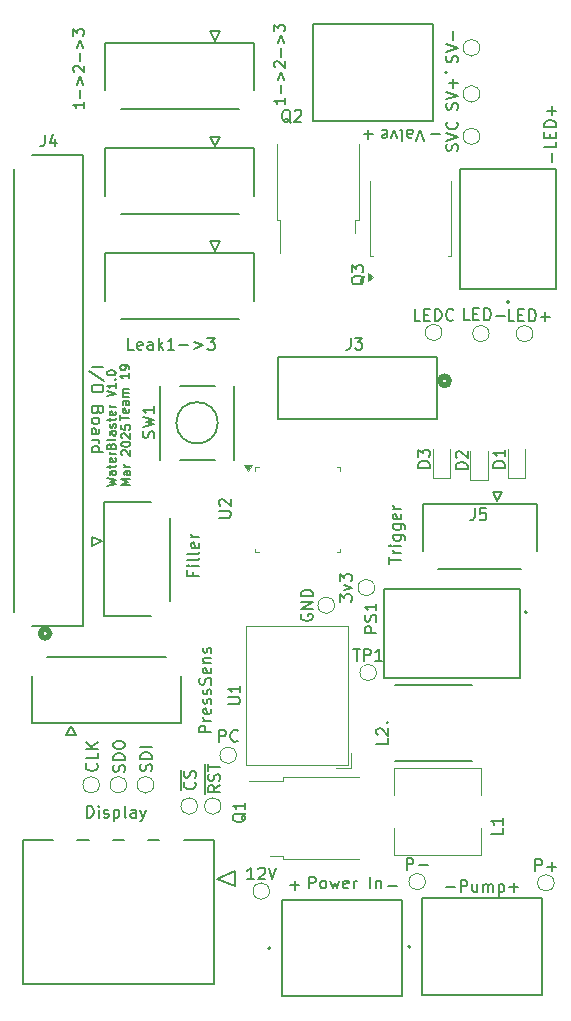
<source format=gbr>
%TF.GenerationSoftware,KiCad,Pcbnew,9.0.0*%
%TF.CreationDate,2025-03-23T00:24:25-05:00*%
%TF.ProjectId,WaterBlasterV2,57617465-7242-46c6-9173-74657256322e,rev?*%
%TF.SameCoordinates,Original*%
%TF.FileFunction,Legend,Top*%
%TF.FilePolarity,Positive*%
%FSLAX46Y46*%
G04 Gerber Fmt 4.6, Leading zero omitted, Abs format (unit mm)*
G04 Created by KiCad (PCBNEW 9.0.0) date 2025-03-23 00:24:25*
%MOMM*%
%LPD*%
G01*
G04 APERTURE LIST*
%ADD10C,0.150000*%
%ADD11C,0.508000*%
%ADD12C,0.152400*%
%ADD13C,0.120000*%
%ADD14C,0.127000*%
%ADD15C,0.200000*%
G04 APERTURE END LIST*
D10*
X102682057Y-62015601D02*
X102682057Y-62529887D01*
X102682057Y-62272744D02*
X101782057Y-62272744D01*
X101782057Y-62272744D02*
X101910628Y-62358458D01*
X101910628Y-62358458D02*
X101996342Y-62444173D01*
X101996342Y-62444173D02*
X102039200Y-62529887D01*
X102339200Y-61629887D02*
X102339200Y-60944173D01*
X102082057Y-60515601D02*
X102339200Y-59829887D01*
X102339200Y-59829887D02*
X102596342Y-60515601D01*
X101867771Y-59444172D02*
X101824914Y-59401315D01*
X101824914Y-59401315D02*
X101782057Y-59315601D01*
X101782057Y-59315601D02*
X101782057Y-59101315D01*
X101782057Y-59101315D02*
X101824914Y-59015601D01*
X101824914Y-59015601D02*
X101867771Y-58972743D01*
X101867771Y-58972743D02*
X101953485Y-58929886D01*
X101953485Y-58929886D02*
X102039200Y-58929886D01*
X102039200Y-58929886D02*
X102167771Y-58972743D01*
X102167771Y-58972743D02*
X102682057Y-59487029D01*
X102682057Y-59487029D02*
X102682057Y-58929886D01*
X102339200Y-58544172D02*
X102339200Y-57858458D01*
X102082057Y-57429886D02*
X102339200Y-56744172D01*
X102339200Y-56744172D02*
X102596342Y-57429886D01*
X101782057Y-56401314D02*
X101782057Y-55844171D01*
X101782057Y-55844171D02*
X102124914Y-56144171D01*
X102124914Y-56144171D02*
X102124914Y-56015600D01*
X102124914Y-56015600D02*
X102167771Y-55929886D01*
X102167771Y-55929886D02*
X102210628Y-55887028D01*
X102210628Y-55887028D02*
X102296342Y-55844171D01*
X102296342Y-55844171D02*
X102510628Y-55844171D01*
X102510628Y-55844171D02*
X102596342Y-55887028D01*
X102596342Y-55887028D02*
X102639200Y-55929886D01*
X102639200Y-55929886D02*
X102682057Y-56015600D01*
X102682057Y-56015600D02*
X102682057Y-56272743D01*
X102682057Y-56272743D02*
X102639200Y-56358457D01*
X102639200Y-56358457D02*
X102596342Y-56401314D01*
X128554819Y-101076190D02*
X128554819Y-100504762D01*
X129554819Y-100790476D02*
X128554819Y-100790476D01*
X129554819Y-100171428D02*
X128888152Y-100171428D01*
X129078628Y-100171428D02*
X128983390Y-100123809D01*
X128983390Y-100123809D02*
X128935771Y-100076190D01*
X128935771Y-100076190D02*
X128888152Y-99980952D01*
X128888152Y-99980952D02*
X128888152Y-99885714D01*
X129554819Y-99552380D02*
X128888152Y-99552380D01*
X128554819Y-99552380D02*
X128602438Y-99599999D01*
X128602438Y-99599999D02*
X128650057Y-99552380D01*
X128650057Y-99552380D02*
X128602438Y-99504761D01*
X128602438Y-99504761D02*
X128554819Y-99552380D01*
X128554819Y-99552380D02*
X128650057Y-99552380D01*
X128888152Y-98647619D02*
X129697676Y-98647619D01*
X129697676Y-98647619D02*
X129792914Y-98695238D01*
X129792914Y-98695238D02*
X129840533Y-98742857D01*
X129840533Y-98742857D02*
X129888152Y-98838095D01*
X129888152Y-98838095D02*
X129888152Y-98980952D01*
X129888152Y-98980952D02*
X129840533Y-99076190D01*
X129507200Y-98647619D02*
X129554819Y-98742857D01*
X129554819Y-98742857D02*
X129554819Y-98933333D01*
X129554819Y-98933333D02*
X129507200Y-99028571D01*
X129507200Y-99028571D02*
X129459580Y-99076190D01*
X129459580Y-99076190D02*
X129364342Y-99123809D01*
X129364342Y-99123809D02*
X129078628Y-99123809D01*
X129078628Y-99123809D02*
X128983390Y-99076190D01*
X128983390Y-99076190D02*
X128935771Y-99028571D01*
X128935771Y-99028571D02*
X128888152Y-98933333D01*
X128888152Y-98933333D02*
X128888152Y-98742857D01*
X128888152Y-98742857D02*
X128935771Y-98647619D01*
X128888152Y-97742857D02*
X129697676Y-97742857D01*
X129697676Y-97742857D02*
X129792914Y-97790476D01*
X129792914Y-97790476D02*
X129840533Y-97838095D01*
X129840533Y-97838095D02*
X129888152Y-97933333D01*
X129888152Y-97933333D02*
X129888152Y-98076190D01*
X129888152Y-98076190D02*
X129840533Y-98171428D01*
X129507200Y-97742857D02*
X129554819Y-97838095D01*
X129554819Y-97838095D02*
X129554819Y-98028571D01*
X129554819Y-98028571D02*
X129507200Y-98123809D01*
X129507200Y-98123809D02*
X129459580Y-98171428D01*
X129459580Y-98171428D02*
X129364342Y-98219047D01*
X129364342Y-98219047D02*
X129078628Y-98219047D01*
X129078628Y-98219047D02*
X128983390Y-98171428D01*
X128983390Y-98171428D02*
X128935771Y-98123809D01*
X128935771Y-98123809D02*
X128888152Y-98028571D01*
X128888152Y-98028571D02*
X128888152Y-97838095D01*
X128888152Y-97838095D02*
X128935771Y-97742857D01*
X129507200Y-96885714D02*
X129554819Y-96980952D01*
X129554819Y-96980952D02*
X129554819Y-97171428D01*
X129554819Y-97171428D02*
X129507200Y-97266666D01*
X129507200Y-97266666D02*
X129411961Y-97314285D01*
X129411961Y-97314285D02*
X129031009Y-97314285D01*
X129031009Y-97314285D02*
X128935771Y-97266666D01*
X128935771Y-97266666D02*
X128888152Y-97171428D01*
X128888152Y-97171428D02*
X128888152Y-96980952D01*
X128888152Y-96980952D02*
X128935771Y-96885714D01*
X128935771Y-96885714D02*
X129031009Y-96838095D01*
X129031009Y-96838095D02*
X129126247Y-96838095D01*
X129126247Y-96838095D02*
X129221485Y-97314285D01*
X129554819Y-96409523D02*
X128888152Y-96409523D01*
X129078628Y-96409523D02*
X128983390Y-96361904D01*
X128983390Y-96361904D02*
X128935771Y-96314285D01*
X128935771Y-96314285D02*
X128888152Y-96219047D01*
X128888152Y-96219047D02*
X128888152Y-96123809D01*
X142288866Y-67063220D02*
X142288866Y-66301316D01*
X142669819Y-65348935D02*
X142669819Y-65825125D01*
X142669819Y-65825125D02*
X141669819Y-65825125D01*
X142146009Y-65015601D02*
X142146009Y-64682268D01*
X142669819Y-64539411D02*
X142669819Y-65015601D01*
X142669819Y-65015601D02*
X141669819Y-65015601D01*
X141669819Y-65015601D02*
X141669819Y-64539411D01*
X142669819Y-64110839D02*
X141669819Y-64110839D01*
X141669819Y-64110839D02*
X141669819Y-63872744D01*
X141669819Y-63872744D02*
X141717438Y-63729887D01*
X141717438Y-63729887D02*
X141812676Y-63634649D01*
X141812676Y-63634649D02*
X141907914Y-63587030D01*
X141907914Y-63587030D02*
X142098390Y-63539411D01*
X142098390Y-63539411D02*
X142241247Y-63539411D01*
X142241247Y-63539411D02*
X142431723Y-63587030D01*
X142431723Y-63587030D02*
X142526961Y-63634649D01*
X142526961Y-63634649D02*
X142622200Y-63729887D01*
X142622200Y-63729887D02*
X142669819Y-63872744D01*
X142669819Y-63872744D02*
X142669819Y-64110839D01*
X142288866Y-63110839D02*
X142288866Y-62348935D01*
X142669819Y-62729887D02*
X141907914Y-62729887D01*
X132863220Y-64711133D02*
X132101316Y-64711133D01*
X127163220Y-64711133D02*
X126401316Y-64711133D01*
X126782268Y-64330180D02*
X126782268Y-65092085D01*
X131506077Y-65330180D02*
X131172744Y-64330180D01*
X131172744Y-64330180D02*
X130839411Y-65330180D01*
X130077506Y-64330180D02*
X130077506Y-64853990D01*
X130077506Y-64853990D02*
X130125125Y-64949228D01*
X130125125Y-64949228D02*
X130220363Y-64996847D01*
X130220363Y-64996847D02*
X130410839Y-64996847D01*
X130410839Y-64996847D02*
X130506077Y-64949228D01*
X130077506Y-64377800D02*
X130172744Y-64330180D01*
X130172744Y-64330180D02*
X130410839Y-64330180D01*
X130410839Y-64330180D02*
X130506077Y-64377800D01*
X130506077Y-64377800D02*
X130553696Y-64473038D01*
X130553696Y-64473038D02*
X130553696Y-64568276D01*
X130553696Y-64568276D02*
X130506077Y-64663514D01*
X130506077Y-64663514D02*
X130410839Y-64711133D01*
X130410839Y-64711133D02*
X130172744Y-64711133D01*
X130172744Y-64711133D02*
X130077506Y-64758752D01*
X129458458Y-64330180D02*
X129553696Y-64377800D01*
X129553696Y-64377800D02*
X129601315Y-64473038D01*
X129601315Y-64473038D02*
X129601315Y-65330180D01*
X129172743Y-64996847D02*
X128934648Y-64330180D01*
X128934648Y-64330180D02*
X128696553Y-64996847D01*
X127934648Y-64377800D02*
X128029886Y-64330180D01*
X128029886Y-64330180D02*
X128220362Y-64330180D01*
X128220362Y-64330180D02*
X128315600Y-64377800D01*
X128315600Y-64377800D02*
X128363219Y-64473038D01*
X128363219Y-64473038D02*
X128363219Y-64853990D01*
X128363219Y-64853990D02*
X128315600Y-64949228D01*
X128315600Y-64949228D02*
X128220362Y-64996847D01*
X128220362Y-64996847D02*
X128029886Y-64996847D01*
X128029886Y-64996847D02*
X127934648Y-64949228D01*
X127934648Y-64949228D02*
X127887029Y-64853990D01*
X127887029Y-64853990D02*
X127887029Y-64758752D01*
X127887029Y-64758752D02*
X128363219Y-64663514D01*
X119682057Y-61615601D02*
X119682057Y-62129887D01*
X119682057Y-61872744D02*
X118782057Y-61872744D01*
X118782057Y-61872744D02*
X118910628Y-61958458D01*
X118910628Y-61958458D02*
X118996342Y-62044173D01*
X118996342Y-62044173D02*
X119039200Y-62129887D01*
X119339200Y-61229887D02*
X119339200Y-60544173D01*
X119082057Y-60115601D02*
X119339200Y-59429887D01*
X119339200Y-59429887D02*
X119596342Y-60115601D01*
X118867771Y-59044172D02*
X118824914Y-59001315D01*
X118824914Y-59001315D02*
X118782057Y-58915601D01*
X118782057Y-58915601D02*
X118782057Y-58701315D01*
X118782057Y-58701315D02*
X118824914Y-58615601D01*
X118824914Y-58615601D02*
X118867771Y-58572743D01*
X118867771Y-58572743D02*
X118953485Y-58529886D01*
X118953485Y-58529886D02*
X119039200Y-58529886D01*
X119039200Y-58529886D02*
X119167771Y-58572743D01*
X119167771Y-58572743D02*
X119682057Y-59087029D01*
X119682057Y-59087029D02*
X119682057Y-58529886D01*
X119339200Y-58144172D02*
X119339200Y-57458458D01*
X119082057Y-57029886D02*
X119339200Y-56344172D01*
X119339200Y-56344172D02*
X119596342Y-57029886D01*
X118782057Y-56001314D02*
X118782057Y-55444171D01*
X118782057Y-55444171D02*
X119124914Y-55744171D01*
X119124914Y-55744171D02*
X119124914Y-55615600D01*
X119124914Y-55615600D02*
X119167771Y-55529886D01*
X119167771Y-55529886D02*
X119210628Y-55487028D01*
X119210628Y-55487028D02*
X119296342Y-55444171D01*
X119296342Y-55444171D02*
X119510628Y-55444171D01*
X119510628Y-55444171D02*
X119596342Y-55487028D01*
X119596342Y-55487028D02*
X119639200Y-55529886D01*
X119639200Y-55529886D02*
X119682057Y-55615600D01*
X119682057Y-55615600D02*
X119682057Y-55872743D01*
X119682057Y-55872743D02*
X119639200Y-55958457D01*
X119639200Y-55958457D02*
X119596342Y-56001314D01*
X106912969Y-82969819D02*
X106436779Y-82969819D01*
X106436779Y-82969819D02*
X106436779Y-81969819D01*
X107627255Y-82922200D02*
X107532017Y-82969819D01*
X107532017Y-82969819D02*
X107341541Y-82969819D01*
X107341541Y-82969819D02*
X107246303Y-82922200D01*
X107246303Y-82922200D02*
X107198684Y-82826961D01*
X107198684Y-82826961D02*
X107198684Y-82446009D01*
X107198684Y-82446009D02*
X107246303Y-82350771D01*
X107246303Y-82350771D02*
X107341541Y-82303152D01*
X107341541Y-82303152D02*
X107532017Y-82303152D01*
X107532017Y-82303152D02*
X107627255Y-82350771D01*
X107627255Y-82350771D02*
X107674874Y-82446009D01*
X107674874Y-82446009D02*
X107674874Y-82541247D01*
X107674874Y-82541247D02*
X107198684Y-82636485D01*
X108532017Y-82969819D02*
X108532017Y-82446009D01*
X108532017Y-82446009D02*
X108484398Y-82350771D01*
X108484398Y-82350771D02*
X108389160Y-82303152D01*
X108389160Y-82303152D02*
X108198684Y-82303152D01*
X108198684Y-82303152D02*
X108103446Y-82350771D01*
X108532017Y-82922200D02*
X108436779Y-82969819D01*
X108436779Y-82969819D02*
X108198684Y-82969819D01*
X108198684Y-82969819D02*
X108103446Y-82922200D01*
X108103446Y-82922200D02*
X108055827Y-82826961D01*
X108055827Y-82826961D02*
X108055827Y-82731723D01*
X108055827Y-82731723D02*
X108103446Y-82636485D01*
X108103446Y-82636485D02*
X108198684Y-82588866D01*
X108198684Y-82588866D02*
X108436779Y-82588866D01*
X108436779Y-82588866D02*
X108532017Y-82541247D01*
X109008208Y-82969819D02*
X109008208Y-81969819D01*
X109103446Y-82588866D02*
X109389160Y-82969819D01*
X109389160Y-82303152D02*
X109008208Y-82684104D01*
X110341541Y-82969819D02*
X109770113Y-82969819D01*
X110055827Y-82969819D02*
X110055827Y-81969819D01*
X110055827Y-81969819D02*
X109960589Y-82112676D01*
X109960589Y-82112676D02*
X109865351Y-82207914D01*
X109865351Y-82207914D02*
X109770113Y-82255533D01*
X110770113Y-82588866D02*
X111532018Y-82588866D01*
X112008208Y-82303152D02*
X112770113Y-82588866D01*
X112770113Y-82588866D02*
X112008208Y-82874580D01*
X113151065Y-81969819D02*
X113770112Y-81969819D01*
X113770112Y-81969819D02*
X113436779Y-82350771D01*
X113436779Y-82350771D02*
X113579636Y-82350771D01*
X113579636Y-82350771D02*
X113674874Y-82398390D01*
X113674874Y-82398390D02*
X113722493Y-82446009D01*
X113722493Y-82446009D02*
X113770112Y-82541247D01*
X113770112Y-82541247D02*
X113770112Y-82779342D01*
X113770112Y-82779342D02*
X113722493Y-82874580D01*
X113722493Y-82874580D02*
X113674874Y-82922200D01*
X113674874Y-82922200D02*
X113579636Y-82969819D01*
X113579636Y-82969819D02*
X113293922Y-82969819D01*
X113293922Y-82969819D02*
X113198684Y-82922200D01*
X113198684Y-82922200D02*
X113151065Y-82874580D01*
X103330180Y-84436779D02*
X104330180Y-84436779D01*
X104377800Y-85627254D02*
X103092085Y-84770112D01*
X104330180Y-86151064D02*
X104330180Y-86341540D01*
X104330180Y-86341540D02*
X104282561Y-86436778D01*
X104282561Y-86436778D02*
X104187323Y-86532016D01*
X104187323Y-86532016D02*
X103996847Y-86579635D01*
X103996847Y-86579635D02*
X103663514Y-86579635D01*
X103663514Y-86579635D02*
X103473038Y-86532016D01*
X103473038Y-86532016D02*
X103377800Y-86436778D01*
X103377800Y-86436778D02*
X103330180Y-86341540D01*
X103330180Y-86341540D02*
X103330180Y-86151064D01*
X103330180Y-86151064D02*
X103377800Y-86055826D01*
X103377800Y-86055826D02*
X103473038Y-85960588D01*
X103473038Y-85960588D02*
X103663514Y-85912969D01*
X103663514Y-85912969D02*
X103996847Y-85912969D01*
X103996847Y-85912969D02*
X104187323Y-85960588D01*
X104187323Y-85960588D02*
X104282561Y-86055826D01*
X104282561Y-86055826D02*
X104330180Y-86151064D01*
X103853990Y-88103445D02*
X103806371Y-88246302D01*
X103806371Y-88246302D02*
X103758752Y-88293921D01*
X103758752Y-88293921D02*
X103663514Y-88341540D01*
X103663514Y-88341540D02*
X103520657Y-88341540D01*
X103520657Y-88341540D02*
X103425419Y-88293921D01*
X103425419Y-88293921D02*
X103377800Y-88246302D01*
X103377800Y-88246302D02*
X103330180Y-88151064D01*
X103330180Y-88151064D02*
X103330180Y-87770112D01*
X103330180Y-87770112D02*
X104330180Y-87770112D01*
X104330180Y-87770112D02*
X104330180Y-88103445D01*
X104330180Y-88103445D02*
X104282561Y-88198683D01*
X104282561Y-88198683D02*
X104234942Y-88246302D01*
X104234942Y-88246302D02*
X104139704Y-88293921D01*
X104139704Y-88293921D02*
X104044466Y-88293921D01*
X104044466Y-88293921D02*
X103949228Y-88246302D01*
X103949228Y-88246302D02*
X103901609Y-88198683D01*
X103901609Y-88198683D02*
X103853990Y-88103445D01*
X103853990Y-88103445D02*
X103853990Y-87770112D01*
X103330180Y-88912969D02*
X103377800Y-88817731D01*
X103377800Y-88817731D02*
X103425419Y-88770112D01*
X103425419Y-88770112D02*
X103520657Y-88722493D01*
X103520657Y-88722493D02*
X103806371Y-88722493D01*
X103806371Y-88722493D02*
X103901609Y-88770112D01*
X103901609Y-88770112D02*
X103949228Y-88817731D01*
X103949228Y-88817731D02*
X103996847Y-88912969D01*
X103996847Y-88912969D02*
X103996847Y-89055826D01*
X103996847Y-89055826D02*
X103949228Y-89151064D01*
X103949228Y-89151064D02*
X103901609Y-89198683D01*
X103901609Y-89198683D02*
X103806371Y-89246302D01*
X103806371Y-89246302D02*
X103520657Y-89246302D01*
X103520657Y-89246302D02*
X103425419Y-89198683D01*
X103425419Y-89198683D02*
X103377800Y-89151064D01*
X103377800Y-89151064D02*
X103330180Y-89055826D01*
X103330180Y-89055826D02*
X103330180Y-88912969D01*
X103330180Y-90103445D02*
X103853990Y-90103445D01*
X103853990Y-90103445D02*
X103949228Y-90055826D01*
X103949228Y-90055826D02*
X103996847Y-89960588D01*
X103996847Y-89960588D02*
X103996847Y-89770112D01*
X103996847Y-89770112D02*
X103949228Y-89674874D01*
X103377800Y-90103445D02*
X103330180Y-90008207D01*
X103330180Y-90008207D02*
X103330180Y-89770112D01*
X103330180Y-89770112D02*
X103377800Y-89674874D01*
X103377800Y-89674874D02*
X103473038Y-89627255D01*
X103473038Y-89627255D02*
X103568276Y-89627255D01*
X103568276Y-89627255D02*
X103663514Y-89674874D01*
X103663514Y-89674874D02*
X103711133Y-89770112D01*
X103711133Y-89770112D02*
X103711133Y-90008207D01*
X103711133Y-90008207D02*
X103758752Y-90103445D01*
X103330180Y-90579636D02*
X103996847Y-90579636D01*
X103806371Y-90579636D02*
X103901609Y-90627255D01*
X103901609Y-90627255D02*
X103949228Y-90674874D01*
X103949228Y-90674874D02*
X103996847Y-90770112D01*
X103996847Y-90770112D02*
X103996847Y-90865350D01*
X103330180Y-91627255D02*
X104330180Y-91627255D01*
X103377800Y-91627255D02*
X103330180Y-91532017D01*
X103330180Y-91532017D02*
X103330180Y-91341541D01*
X103330180Y-91341541D02*
X103377800Y-91246303D01*
X103377800Y-91246303D02*
X103425419Y-91198684D01*
X103425419Y-91198684D02*
X103520657Y-91151065D01*
X103520657Y-91151065D02*
X103806371Y-91151065D01*
X103806371Y-91151065D02*
X103901609Y-91198684D01*
X103901609Y-91198684D02*
X103949228Y-91246303D01*
X103949228Y-91246303D02*
X103996847Y-91341541D01*
X103996847Y-91341541D02*
X103996847Y-91532017D01*
X103996847Y-91532017D02*
X103949228Y-91627255D01*
X102936779Y-122569819D02*
X102936779Y-121569819D01*
X102936779Y-121569819D02*
X103174874Y-121569819D01*
X103174874Y-121569819D02*
X103317731Y-121617438D01*
X103317731Y-121617438D02*
X103412969Y-121712676D01*
X103412969Y-121712676D02*
X103460588Y-121807914D01*
X103460588Y-121807914D02*
X103508207Y-121998390D01*
X103508207Y-121998390D02*
X103508207Y-122141247D01*
X103508207Y-122141247D02*
X103460588Y-122331723D01*
X103460588Y-122331723D02*
X103412969Y-122426961D01*
X103412969Y-122426961D02*
X103317731Y-122522200D01*
X103317731Y-122522200D02*
X103174874Y-122569819D01*
X103174874Y-122569819D02*
X102936779Y-122569819D01*
X103936779Y-122569819D02*
X103936779Y-121903152D01*
X103936779Y-121569819D02*
X103889160Y-121617438D01*
X103889160Y-121617438D02*
X103936779Y-121665057D01*
X103936779Y-121665057D02*
X103984398Y-121617438D01*
X103984398Y-121617438D02*
X103936779Y-121569819D01*
X103936779Y-121569819D02*
X103936779Y-121665057D01*
X104365350Y-122522200D02*
X104460588Y-122569819D01*
X104460588Y-122569819D02*
X104651064Y-122569819D01*
X104651064Y-122569819D02*
X104746302Y-122522200D01*
X104746302Y-122522200D02*
X104793921Y-122426961D01*
X104793921Y-122426961D02*
X104793921Y-122379342D01*
X104793921Y-122379342D02*
X104746302Y-122284104D01*
X104746302Y-122284104D02*
X104651064Y-122236485D01*
X104651064Y-122236485D02*
X104508207Y-122236485D01*
X104508207Y-122236485D02*
X104412969Y-122188866D01*
X104412969Y-122188866D02*
X104365350Y-122093628D01*
X104365350Y-122093628D02*
X104365350Y-122046009D01*
X104365350Y-122046009D02*
X104412969Y-121950771D01*
X104412969Y-121950771D02*
X104508207Y-121903152D01*
X104508207Y-121903152D02*
X104651064Y-121903152D01*
X104651064Y-121903152D02*
X104746302Y-121950771D01*
X105222493Y-121903152D02*
X105222493Y-122903152D01*
X105222493Y-121950771D02*
X105317731Y-121903152D01*
X105317731Y-121903152D02*
X105508207Y-121903152D01*
X105508207Y-121903152D02*
X105603445Y-121950771D01*
X105603445Y-121950771D02*
X105651064Y-121998390D01*
X105651064Y-121998390D02*
X105698683Y-122093628D01*
X105698683Y-122093628D02*
X105698683Y-122379342D01*
X105698683Y-122379342D02*
X105651064Y-122474580D01*
X105651064Y-122474580D02*
X105603445Y-122522200D01*
X105603445Y-122522200D02*
X105508207Y-122569819D01*
X105508207Y-122569819D02*
X105317731Y-122569819D01*
X105317731Y-122569819D02*
X105222493Y-122522200D01*
X106270112Y-122569819D02*
X106174874Y-122522200D01*
X106174874Y-122522200D02*
X106127255Y-122426961D01*
X106127255Y-122426961D02*
X106127255Y-121569819D01*
X107079636Y-122569819D02*
X107079636Y-122046009D01*
X107079636Y-122046009D02*
X107032017Y-121950771D01*
X107032017Y-121950771D02*
X106936779Y-121903152D01*
X106936779Y-121903152D02*
X106746303Y-121903152D01*
X106746303Y-121903152D02*
X106651065Y-121950771D01*
X107079636Y-122522200D02*
X106984398Y-122569819D01*
X106984398Y-122569819D02*
X106746303Y-122569819D01*
X106746303Y-122569819D02*
X106651065Y-122522200D01*
X106651065Y-122522200D02*
X106603446Y-122426961D01*
X106603446Y-122426961D02*
X106603446Y-122331723D01*
X106603446Y-122331723D02*
X106651065Y-122236485D01*
X106651065Y-122236485D02*
X106746303Y-122188866D01*
X106746303Y-122188866D02*
X106984398Y-122188866D01*
X106984398Y-122188866D02*
X107079636Y-122141247D01*
X107460589Y-121903152D02*
X107698684Y-122569819D01*
X107936779Y-121903152D02*
X107698684Y-122569819D01*
X107698684Y-122569819D02*
X107603446Y-122807914D01*
X107603446Y-122807914D02*
X107555827Y-122855533D01*
X107555827Y-122855533D02*
X107460589Y-122903152D01*
X128436779Y-128388866D02*
X129198684Y-128388866D01*
X120136779Y-128288866D02*
X120898684Y-128288866D01*
X120517731Y-128669819D02*
X120517731Y-127907914D01*
X121736779Y-128569819D02*
X121736779Y-127569819D01*
X121736779Y-127569819D02*
X122117731Y-127569819D01*
X122117731Y-127569819D02*
X122212969Y-127617438D01*
X122212969Y-127617438D02*
X122260588Y-127665057D01*
X122260588Y-127665057D02*
X122308207Y-127760295D01*
X122308207Y-127760295D02*
X122308207Y-127903152D01*
X122308207Y-127903152D02*
X122260588Y-127998390D01*
X122260588Y-127998390D02*
X122212969Y-128046009D01*
X122212969Y-128046009D02*
X122117731Y-128093628D01*
X122117731Y-128093628D02*
X121736779Y-128093628D01*
X122879636Y-128569819D02*
X122784398Y-128522200D01*
X122784398Y-128522200D02*
X122736779Y-128474580D01*
X122736779Y-128474580D02*
X122689160Y-128379342D01*
X122689160Y-128379342D02*
X122689160Y-128093628D01*
X122689160Y-128093628D02*
X122736779Y-127998390D01*
X122736779Y-127998390D02*
X122784398Y-127950771D01*
X122784398Y-127950771D02*
X122879636Y-127903152D01*
X122879636Y-127903152D02*
X123022493Y-127903152D01*
X123022493Y-127903152D02*
X123117731Y-127950771D01*
X123117731Y-127950771D02*
X123165350Y-127998390D01*
X123165350Y-127998390D02*
X123212969Y-128093628D01*
X123212969Y-128093628D02*
X123212969Y-128379342D01*
X123212969Y-128379342D02*
X123165350Y-128474580D01*
X123165350Y-128474580D02*
X123117731Y-128522200D01*
X123117731Y-128522200D02*
X123022493Y-128569819D01*
X123022493Y-128569819D02*
X122879636Y-128569819D01*
X123546303Y-127903152D02*
X123736779Y-128569819D01*
X123736779Y-128569819D02*
X123927255Y-128093628D01*
X123927255Y-128093628D02*
X124117731Y-128569819D01*
X124117731Y-128569819D02*
X124308207Y-127903152D01*
X125070112Y-128522200D02*
X124974874Y-128569819D01*
X124974874Y-128569819D02*
X124784398Y-128569819D01*
X124784398Y-128569819D02*
X124689160Y-128522200D01*
X124689160Y-128522200D02*
X124641541Y-128426961D01*
X124641541Y-128426961D02*
X124641541Y-128046009D01*
X124641541Y-128046009D02*
X124689160Y-127950771D01*
X124689160Y-127950771D02*
X124784398Y-127903152D01*
X124784398Y-127903152D02*
X124974874Y-127903152D01*
X124974874Y-127903152D02*
X125070112Y-127950771D01*
X125070112Y-127950771D02*
X125117731Y-128046009D01*
X125117731Y-128046009D02*
X125117731Y-128141247D01*
X125117731Y-128141247D02*
X124641541Y-128236485D01*
X125546303Y-128569819D02*
X125546303Y-127903152D01*
X125546303Y-128093628D02*
X125593922Y-127998390D01*
X125593922Y-127998390D02*
X125641541Y-127950771D01*
X125641541Y-127950771D02*
X125736779Y-127903152D01*
X125736779Y-127903152D02*
X125832017Y-127903152D01*
X126927256Y-128569819D02*
X126927256Y-127569819D01*
X127403446Y-127903152D02*
X127403446Y-128569819D01*
X127403446Y-127998390D02*
X127451065Y-127950771D01*
X127451065Y-127950771D02*
X127546303Y-127903152D01*
X127546303Y-127903152D02*
X127689160Y-127903152D01*
X127689160Y-127903152D02*
X127784398Y-127950771D01*
X127784398Y-127950771D02*
X127832017Y-128046009D01*
X127832017Y-128046009D02*
X127832017Y-128569819D01*
X104642956Y-94494173D02*
X105392956Y-94315601D01*
X105392956Y-94315601D02*
X104857242Y-94172744D01*
X104857242Y-94172744D02*
X105392956Y-94029887D01*
X105392956Y-94029887D02*
X104642956Y-93851316D01*
X105392956Y-93244173D02*
X105000099Y-93244173D01*
X105000099Y-93244173D02*
X104928670Y-93279887D01*
X104928670Y-93279887D02*
X104892956Y-93351315D01*
X104892956Y-93351315D02*
X104892956Y-93494173D01*
X104892956Y-93494173D02*
X104928670Y-93565601D01*
X105357242Y-93244173D02*
X105392956Y-93315601D01*
X105392956Y-93315601D02*
X105392956Y-93494173D01*
X105392956Y-93494173D02*
X105357242Y-93565601D01*
X105357242Y-93565601D02*
X105285813Y-93601315D01*
X105285813Y-93601315D02*
X105214384Y-93601315D01*
X105214384Y-93601315D02*
X105142956Y-93565601D01*
X105142956Y-93565601D02*
X105107242Y-93494173D01*
X105107242Y-93494173D02*
X105107242Y-93315601D01*
X105107242Y-93315601D02*
X105071527Y-93244173D01*
X104892956Y-92994173D02*
X104892956Y-92708459D01*
X104642956Y-92887030D02*
X105285813Y-92887030D01*
X105285813Y-92887030D02*
X105357242Y-92851316D01*
X105357242Y-92851316D02*
X105392956Y-92779887D01*
X105392956Y-92779887D02*
X105392956Y-92708459D01*
X105357242Y-92172745D02*
X105392956Y-92244173D01*
X105392956Y-92244173D02*
X105392956Y-92387031D01*
X105392956Y-92387031D02*
X105357242Y-92458459D01*
X105357242Y-92458459D02*
X105285813Y-92494173D01*
X105285813Y-92494173D02*
X105000099Y-92494173D01*
X105000099Y-92494173D02*
X104928670Y-92458459D01*
X104928670Y-92458459D02*
X104892956Y-92387031D01*
X104892956Y-92387031D02*
X104892956Y-92244173D01*
X104892956Y-92244173D02*
X104928670Y-92172745D01*
X104928670Y-92172745D02*
X105000099Y-92137031D01*
X105000099Y-92137031D02*
X105071527Y-92137031D01*
X105071527Y-92137031D02*
X105142956Y-92494173D01*
X105392956Y-91815602D02*
X104892956Y-91815602D01*
X105035813Y-91815602D02*
X104964384Y-91779888D01*
X104964384Y-91779888D02*
X104928670Y-91744174D01*
X104928670Y-91744174D02*
X104892956Y-91672745D01*
X104892956Y-91672745D02*
X104892956Y-91601316D01*
X105000099Y-91101316D02*
X105035813Y-90994173D01*
X105035813Y-90994173D02*
X105071527Y-90958459D01*
X105071527Y-90958459D02*
X105142956Y-90922745D01*
X105142956Y-90922745D02*
X105250099Y-90922745D01*
X105250099Y-90922745D02*
X105321527Y-90958459D01*
X105321527Y-90958459D02*
X105357242Y-90994173D01*
X105357242Y-90994173D02*
X105392956Y-91065602D01*
X105392956Y-91065602D02*
X105392956Y-91351316D01*
X105392956Y-91351316D02*
X104642956Y-91351316D01*
X104642956Y-91351316D02*
X104642956Y-91101316D01*
X104642956Y-91101316D02*
X104678670Y-91029888D01*
X104678670Y-91029888D02*
X104714384Y-90994173D01*
X104714384Y-90994173D02*
X104785813Y-90958459D01*
X104785813Y-90958459D02*
X104857242Y-90958459D01*
X104857242Y-90958459D02*
X104928670Y-90994173D01*
X104928670Y-90994173D02*
X104964384Y-91029888D01*
X104964384Y-91029888D02*
X105000099Y-91101316D01*
X105000099Y-91101316D02*
X105000099Y-91351316D01*
X105392956Y-90494173D02*
X105357242Y-90565602D01*
X105357242Y-90565602D02*
X105285813Y-90601316D01*
X105285813Y-90601316D02*
X104642956Y-90601316D01*
X105392956Y-89887031D02*
X105000099Y-89887031D01*
X105000099Y-89887031D02*
X104928670Y-89922745D01*
X104928670Y-89922745D02*
X104892956Y-89994173D01*
X104892956Y-89994173D02*
X104892956Y-90137031D01*
X104892956Y-90137031D02*
X104928670Y-90208459D01*
X105357242Y-89887031D02*
X105392956Y-89958459D01*
X105392956Y-89958459D02*
X105392956Y-90137031D01*
X105392956Y-90137031D02*
X105357242Y-90208459D01*
X105357242Y-90208459D02*
X105285813Y-90244173D01*
X105285813Y-90244173D02*
X105214384Y-90244173D01*
X105214384Y-90244173D02*
X105142956Y-90208459D01*
X105142956Y-90208459D02*
X105107242Y-90137031D01*
X105107242Y-90137031D02*
X105107242Y-89958459D01*
X105107242Y-89958459D02*
X105071527Y-89887031D01*
X105357242Y-89565602D02*
X105392956Y-89494174D01*
X105392956Y-89494174D02*
X105392956Y-89351317D01*
X105392956Y-89351317D02*
X105357242Y-89279888D01*
X105357242Y-89279888D02*
X105285813Y-89244174D01*
X105285813Y-89244174D02*
X105250099Y-89244174D01*
X105250099Y-89244174D02*
X105178670Y-89279888D01*
X105178670Y-89279888D02*
X105142956Y-89351317D01*
X105142956Y-89351317D02*
X105142956Y-89458460D01*
X105142956Y-89458460D02*
X105107242Y-89529888D01*
X105107242Y-89529888D02*
X105035813Y-89565602D01*
X105035813Y-89565602D02*
X105000099Y-89565602D01*
X105000099Y-89565602D02*
X104928670Y-89529888D01*
X104928670Y-89529888D02*
X104892956Y-89458460D01*
X104892956Y-89458460D02*
X104892956Y-89351317D01*
X104892956Y-89351317D02*
X104928670Y-89279888D01*
X104892956Y-89029888D02*
X104892956Y-88744174D01*
X104642956Y-88922745D02*
X105285813Y-88922745D01*
X105285813Y-88922745D02*
X105357242Y-88887031D01*
X105357242Y-88887031D02*
X105392956Y-88815602D01*
X105392956Y-88815602D02*
X105392956Y-88744174D01*
X105357242Y-88208460D02*
X105392956Y-88279888D01*
X105392956Y-88279888D02*
X105392956Y-88422746D01*
X105392956Y-88422746D02*
X105357242Y-88494174D01*
X105357242Y-88494174D02*
X105285813Y-88529888D01*
X105285813Y-88529888D02*
X105000099Y-88529888D01*
X105000099Y-88529888D02*
X104928670Y-88494174D01*
X104928670Y-88494174D02*
X104892956Y-88422746D01*
X104892956Y-88422746D02*
X104892956Y-88279888D01*
X104892956Y-88279888D02*
X104928670Y-88208460D01*
X104928670Y-88208460D02*
X105000099Y-88172746D01*
X105000099Y-88172746D02*
X105071527Y-88172746D01*
X105071527Y-88172746D02*
X105142956Y-88529888D01*
X105392956Y-87851317D02*
X104892956Y-87851317D01*
X105035813Y-87851317D02*
X104964384Y-87815603D01*
X104964384Y-87815603D02*
X104928670Y-87779889D01*
X104928670Y-87779889D02*
X104892956Y-87708460D01*
X104892956Y-87708460D02*
X104892956Y-87637031D01*
X104642956Y-86922745D02*
X105392956Y-86672745D01*
X105392956Y-86672745D02*
X104642956Y-86422745D01*
X105392956Y-85779888D02*
X105392956Y-86208459D01*
X105392956Y-85994174D02*
X104642956Y-85994174D01*
X104642956Y-85994174D02*
X104750099Y-86065602D01*
X104750099Y-86065602D02*
X104821527Y-86137031D01*
X104821527Y-86137031D02*
X104857242Y-86208459D01*
X105321527Y-85458459D02*
X105357242Y-85422745D01*
X105357242Y-85422745D02*
X105392956Y-85458459D01*
X105392956Y-85458459D02*
X105357242Y-85494173D01*
X105357242Y-85494173D02*
X105321527Y-85458459D01*
X105321527Y-85458459D02*
X105392956Y-85458459D01*
X104642956Y-84958459D02*
X104642956Y-84887030D01*
X104642956Y-84887030D02*
X104678670Y-84815602D01*
X104678670Y-84815602D02*
X104714384Y-84779888D01*
X104714384Y-84779888D02*
X104785813Y-84744173D01*
X104785813Y-84744173D02*
X104928670Y-84708459D01*
X104928670Y-84708459D02*
X105107242Y-84708459D01*
X105107242Y-84708459D02*
X105250099Y-84744173D01*
X105250099Y-84744173D02*
X105321527Y-84779888D01*
X105321527Y-84779888D02*
X105357242Y-84815602D01*
X105357242Y-84815602D02*
X105392956Y-84887030D01*
X105392956Y-84887030D02*
X105392956Y-84958459D01*
X105392956Y-84958459D02*
X105357242Y-85029888D01*
X105357242Y-85029888D02*
X105321527Y-85065602D01*
X105321527Y-85065602D02*
X105250099Y-85101316D01*
X105250099Y-85101316D02*
X105107242Y-85137030D01*
X105107242Y-85137030D02*
X104928670Y-85137030D01*
X104928670Y-85137030D02*
X104785813Y-85101316D01*
X104785813Y-85101316D02*
X104714384Y-85065602D01*
X104714384Y-85065602D02*
X104678670Y-85029888D01*
X104678670Y-85029888D02*
X104642956Y-84958459D01*
X106600414Y-94422744D02*
X105850414Y-94422744D01*
X105850414Y-94422744D02*
X106386128Y-94172744D01*
X106386128Y-94172744D02*
X105850414Y-93922744D01*
X105850414Y-93922744D02*
X106600414Y-93922744D01*
X106600414Y-93244173D02*
X106207557Y-93244173D01*
X106207557Y-93244173D02*
X106136128Y-93279887D01*
X106136128Y-93279887D02*
X106100414Y-93351315D01*
X106100414Y-93351315D02*
X106100414Y-93494173D01*
X106100414Y-93494173D02*
X106136128Y-93565601D01*
X106564700Y-93244173D02*
X106600414Y-93315601D01*
X106600414Y-93315601D02*
X106600414Y-93494173D01*
X106600414Y-93494173D02*
X106564700Y-93565601D01*
X106564700Y-93565601D02*
X106493271Y-93601315D01*
X106493271Y-93601315D02*
X106421842Y-93601315D01*
X106421842Y-93601315D02*
X106350414Y-93565601D01*
X106350414Y-93565601D02*
X106314700Y-93494173D01*
X106314700Y-93494173D02*
X106314700Y-93315601D01*
X106314700Y-93315601D02*
X106278985Y-93244173D01*
X106600414Y-92887030D02*
X106100414Y-92887030D01*
X106243271Y-92887030D02*
X106171842Y-92851316D01*
X106171842Y-92851316D02*
X106136128Y-92815602D01*
X106136128Y-92815602D02*
X106100414Y-92744173D01*
X106100414Y-92744173D02*
X106100414Y-92672744D01*
X105921842Y-91887029D02*
X105886128Y-91851315D01*
X105886128Y-91851315D02*
X105850414Y-91779887D01*
X105850414Y-91779887D02*
X105850414Y-91601315D01*
X105850414Y-91601315D02*
X105886128Y-91529887D01*
X105886128Y-91529887D02*
X105921842Y-91494172D01*
X105921842Y-91494172D02*
X105993271Y-91458458D01*
X105993271Y-91458458D02*
X106064700Y-91458458D01*
X106064700Y-91458458D02*
X106171842Y-91494172D01*
X106171842Y-91494172D02*
X106600414Y-91922744D01*
X106600414Y-91922744D02*
X106600414Y-91458458D01*
X105850414Y-90994172D02*
X105850414Y-90922743D01*
X105850414Y-90922743D02*
X105886128Y-90851315D01*
X105886128Y-90851315D02*
X105921842Y-90815601D01*
X105921842Y-90815601D02*
X105993271Y-90779886D01*
X105993271Y-90779886D02*
X106136128Y-90744172D01*
X106136128Y-90744172D02*
X106314700Y-90744172D01*
X106314700Y-90744172D02*
X106457557Y-90779886D01*
X106457557Y-90779886D02*
X106528985Y-90815601D01*
X106528985Y-90815601D02*
X106564700Y-90851315D01*
X106564700Y-90851315D02*
X106600414Y-90922743D01*
X106600414Y-90922743D02*
X106600414Y-90994172D01*
X106600414Y-90994172D02*
X106564700Y-91065601D01*
X106564700Y-91065601D02*
X106528985Y-91101315D01*
X106528985Y-91101315D02*
X106457557Y-91137029D01*
X106457557Y-91137029D02*
X106314700Y-91172743D01*
X106314700Y-91172743D02*
X106136128Y-91172743D01*
X106136128Y-91172743D02*
X105993271Y-91137029D01*
X105993271Y-91137029D02*
X105921842Y-91101315D01*
X105921842Y-91101315D02*
X105886128Y-91065601D01*
X105886128Y-91065601D02*
X105850414Y-90994172D01*
X105921842Y-90458457D02*
X105886128Y-90422743D01*
X105886128Y-90422743D02*
X105850414Y-90351315D01*
X105850414Y-90351315D02*
X105850414Y-90172743D01*
X105850414Y-90172743D02*
X105886128Y-90101315D01*
X105886128Y-90101315D02*
X105921842Y-90065600D01*
X105921842Y-90065600D02*
X105993271Y-90029886D01*
X105993271Y-90029886D02*
X106064700Y-90029886D01*
X106064700Y-90029886D02*
X106171842Y-90065600D01*
X106171842Y-90065600D02*
X106600414Y-90494172D01*
X106600414Y-90494172D02*
X106600414Y-90029886D01*
X105850414Y-89351314D02*
X105850414Y-89708457D01*
X105850414Y-89708457D02*
X106207557Y-89744171D01*
X106207557Y-89744171D02*
X106171842Y-89708457D01*
X106171842Y-89708457D02*
X106136128Y-89637029D01*
X106136128Y-89637029D02*
X106136128Y-89458457D01*
X106136128Y-89458457D02*
X106171842Y-89387029D01*
X106171842Y-89387029D02*
X106207557Y-89351314D01*
X106207557Y-89351314D02*
X106278985Y-89315600D01*
X106278985Y-89315600D02*
X106457557Y-89315600D01*
X106457557Y-89315600D02*
X106528985Y-89351314D01*
X106528985Y-89351314D02*
X106564700Y-89387029D01*
X106564700Y-89387029D02*
X106600414Y-89458457D01*
X106600414Y-89458457D02*
X106600414Y-89637029D01*
X106600414Y-89637029D02*
X106564700Y-89708457D01*
X106564700Y-89708457D02*
X106528985Y-89744171D01*
X105750414Y-88929887D02*
X105750414Y-88501316D01*
X106500414Y-88715601D02*
X105750414Y-88715601D01*
X106464700Y-87965601D02*
X106500414Y-88037029D01*
X106500414Y-88037029D02*
X106500414Y-88179887D01*
X106500414Y-88179887D02*
X106464700Y-88251315D01*
X106464700Y-88251315D02*
X106393271Y-88287029D01*
X106393271Y-88287029D02*
X106107557Y-88287029D01*
X106107557Y-88287029D02*
X106036128Y-88251315D01*
X106036128Y-88251315D02*
X106000414Y-88179887D01*
X106000414Y-88179887D02*
X106000414Y-88037029D01*
X106000414Y-88037029D02*
X106036128Y-87965601D01*
X106036128Y-87965601D02*
X106107557Y-87929887D01*
X106107557Y-87929887D02*
X106178985Y-87929887D01*
X106178985Y-87929887D02*
X106250414Y-88287029D01*
X106500414Y-87287030D02*
X106107557Y-87287030D01*
X106107557Y-87287030D02*
X106036128Y-87322744D01*
X106036128Y-87322744D02*
X106000414Y-87394172D01*
X106000414Y-87394172D02*
X106000414Y-87537030D01*
X106000414Y-87537030D02*
X106036128Y-87608458D01*
X106464700Y-87287030D02*
X106500414Y-87358458D01*
X106500414Y-87358458D02*
X106500414Y-87537030D01*
X106500414Y-87537030D02*
X106464700Y-87608458D01*
X106464700Y-87608458D02*
X106393271Y-87644172D01*
X106393271Y-87644172D02*
X106321842Y-87644172D01*
X106321842Y-87644172D02*
X106250414Y-87608458D01*
X106250414Y-87608458D02*
X106214700Y-87537030D01*
X106214700Y-87537030D02*
X106214700Y-87358458D01*
X106214700Y-87358458D02*
X106178985Y-87287030D01*
X106500414Y-86929887D02*
X106000414Y-86929887D01*
X106071842Y-86929887D02*
X106036128Y-86894173D01*
X106036128Y-86894173D02*
X106000414Y-86822744D01*
X106000414Y-86822744D02*
X106000414Y-86715601D01*
X106000414Y-86715601D02*
X106036128Y-86644173D01*
X106036128Y-86644173D02*
X106107557Y-86608459D01*
X106107557Y-86608459D02*
X106500414Y-86608459D01*
X106107557Y-86608459D02*
X106036128Y-86572744D01*
X106036128Y-86572744D02*
X106000414Y-86501316D01*
X106000414Y-86501316D02*
X106000414Y-86394173D01*
X106000414Y-86394173D02*
X106036128Y-86322744D01*
X106036128Y-86322744D02*
X106107557Y-86287030D01*
X106107557Y-86287030D02*
X106500414Y-86287030D01*
X106500414Y-84965601D02*
X106500414Y-85394172D01*
X106500414Y-85179887D02*
X105750414Y-85179887D01*
X105750414Y-85179887D02*
X105857557Y-85251315D01*
X105857557Y-85251315D02*
X105928985Y-85322744D01*
X105928985Y-85322744D02*
X105964700Y-85394172D01*
X106500414Y-84608458D02*
X106500414Y-84465601D01*
X106500414Y-84465601D02*
X106464700Y-84394172D01*
X106464700Y-84394172D02*
X106428985Y-84358458D01*
X106428985Y-84358458D02*
X106321842Y-84287029D01*
X106321842Y-84287029D02*
X106178985Y-84251315D01*
X106178985Y-84251315D02*
X105893271Y-84251315D01*
X105893271Y-84251315D02*
X105821842Y-84287029D01*
X105821842Y-84287029D02*
X105786128Y-84322744D01*
X105786128Y-84322744D02*
X105750414Y-84394172D01*
X105750414Y-84394172D02*
X105750414Y-84537029D01*
X105750414Y-84537029D02*
X105786128Y-84608458D01*
X105786128Y-84608458D02*
X105821842Y-84644172D01*
X105821842Y-84644172D02*
X105893271Y-84679886D01*
X105893271Y-84679886D02*
X106071842Y-84679886D01*
X106071842Y-84679886D02*
X106143271Y-84644172D01*
X106143271Y-84644172D02*
X106178985Y-84608458D01*
X106178985Y-84608458D02*
X106214700Y-84537029D01*
X106214700Y-84537029D02*
X106214700Y-84394172D01*
X106214700Y-84394172D02*
X106178985Y-84322744D01*
X106178985Y-84322744D02*
X106143271Y-84287029D01*
X106143271Y-84287029D02*
X106071842Y-84251315D01*
X133336779Y-128488866D02*
X134098684Y-128488866D01*
X134574874Y-128869819D02*
X134574874Y-127869819D01*
X134574874Y-127869819D02*
X134955826Y-127869819D01*
X134955826Y-127869819D02*
X135051064Y-127917438D01*
X135051064Y-127917438D02*
X135098683Y-127965057D01*
X135098683Y-127965057D02*
X135146302Y-128060295D01*
X135146302Y-128060295D02*
X135146302Y-128203152D01*
X135146302Y-128203152D02*
X135098683Y-128298390D01*
X135098683Y-128298390D02*
X135051064Y-128346009D01*
X135051064Y-128346009D02*
X134955826Y-128393628D01*
X134955826Y-128393628D02*
X134574874Y-128393628D01*
X136003445Y-128203152D02*
X136003445Y-128869819D01*
X135574874Y-128203152D02*
X135574874Y-128726961D01*
X135574874Y-128726961D02*
X135622493Y-128822200D01*
X135622493Y-128822200D02*
X135717731Y-128869819D01*
X135717731Y-128869819D02*
X135860588Y-128869819D01*
X135860588Y-128869819D02*
X135955826Y-128822200D01*
X135955826Y-128822200D02*
X136003445Y-128774580D01*
X136479636Y-128869819D02*
X136479636Y-128203152D01*
X136479636Y-128298390D02*
X136527255Y-128250771D01*
X136527255Y-128250771D02*
X136622493Y-128203152D01*
X136622493Y-128203152D02*
X136765350Y-128203152D01*
X136765350Y-128203152D02*
X136860588Y-128250771D01*
X136860588Y-128250771D02*
X136908207Y-128346009D01*
X136908207Y-128346009D02*
X136908207Y-128869819D01*
X136908207Y-128346009D02*
X136955826Y-128250771D01*
X136955826Y-128250771D02*
X137051064Y-128203152D01*
X137051064Y-128203152D02*
X137193921Y-128203152D01*
X137193921Y-128203152D02*
X137289160Y-128250771D01*
X137289160Y-128250771D02*
X137336779Y-128346009D01*
X137336779Y-128346009D02*
X137336779Y-128869819D01*
X137812969Y-128203152D02*
X137812969Y-129203152D01*
X137812969Y-128250771D02*
X137908207Y-128203152D01*
X137908207Y-128203152D02*
X138098683Y-128203152D01*
X138098683Y-128203152D02*
X138193921Y-128250771D01*
X138193921Y-128250771D02*
X138241540Y-128298390D01*
X138241540Y-128298390D02*
X138289159Y-128393628D01*
X138289159Y-128393628D02*
X138289159Y-128679342D01*
X138289159Y-128679342D02*
X138241540Y-128774580D01*
X138241540Y-128774580D02*
X138193921Y-128822200D01*
X138193921Y-128822200D02*
X138098683Y-128869819D01*
X138098683Y-128869819D02*
X137908207Y-128869819D01*
X137908207Y-128869819D02*
X137812969Y-128822200D01*
X138717731Y-128488866D02*
X139479636Y-128488866D01*
X139098683Y-128869819D02*
X139098683Y-128107914D01*
X125266666Y-81954819D02*
X125266666Y-82669104D01*
X125266666Y-82669104D02*
X125219047Y-82811961D01*
X125219047Y-82811961D02*
X125123809Y-82907200D01*
X125123809Y-82907200D02*
X124980952Y-82954819D01*
X124980952Y-82954819D02*
X124885714Y-82954819D01*
X125647619Y-81954819D02*
X126266666Y-81954819D01*
X126266666Y-81954819D02*
X125933333Y-82335771D01*
X125933333Y-82335771D02*
X126076190Y-82335771D01*
X126076190Y-82335771D02*
X126171428Y-82383390D01*
X126171428Y-82383390D02*
X126219047Y-82431009D01*
X126219047Y-82431009D02*
X126266666Y-82526247D01*
X126266666Y-82526247D02*
X126266666Y-82764342D01*
X126266666Y-82764342D02*
X126219047Y-82859580D01*
X126219047Y-82859580D02*
X126171428Y-82907200D01*
X126171428Y-82907200D02*
X126076190Y-82954819D01*
X126076190Y-82954819D02*
X125790476Y-82954819D01*
X125790476Y-82954819D02*
X125695238Y-82907200D01*
X125695238Y-82907200D02*
X125647619Y-82859580D01*
X114133819Y-97174171D02*
X114943342Y-97174171D01*
X114943342Y-97174171D02*
X115038580Y-97126552D01*
X115038580Y-97126552D02*
X115086200Y-97078933D01*
X115086200Y-97078933D02*
X115133819Y-96983695D01*
X115133819Y-96983695D02*
X115133819Y-96793219D01*
X115133819Y-96793219D02*
X115086200Y-96697981D01*
X115086200Y-96697981D02*
X115038580Y-96650362D01*
X115038580Y-96650362D02*
X114943342Y-96602743D01*
X114943342Y-96602743D02*
X114133819Y-96602743D01*
X114229057Y-96174171D02*
X114181438Y-96126552D01*
X114181438Y-96126552D02*
X114133819Y-96031314D01*
X114133819Y-96031314D02*
X114133819Y-95793219D01*
X114133819Y-95793219D02*
X114181438Y-95697981D01*
X114181438Y-95697981D02*
X114229057Y-95650362D01*
X114229057Y-95650362D02*
X114324295Y-95602743D01*
X114324295Y-95602743D02*
X114419533Y-95602743D01*
X114419533Y-95602743D02*
X114562390Y-95650362D01*
X114562390Y-95650362D02*
X115133819Y-96221790D01*
X115133819Y-96221790D02*
X115133819Y-95602743D01*
X117080952Y-127806819D02*
X116509524Y-127806819D01*
X116795238Y-127806819D02*
X116795238Y-126806819D01*
X116795238Y-126806819D02*
X116700000Y-126949676D01*
X116700000Y-126949676D02*
X116604762Y-127044914D01*
X116604762Y-127044914D02*
X116509524Y-127092533D01*
X117461905Y-126902057D02*
X117509524Y-126854438D01*
X117509524Y-126854438D02*
X117604762Y-126806819D01*
X117604762Y-126806819D02*
X117842857Y-126806819D01*
X117842857Y-126806819D02*
X117938095Y-126854438D01*
X117938095Y-126854438D02*
X117985714Y-126902057D01*
X117985714Y-126902057D02*
X118033333Y-126997295D01*
X118033333Y-126997295D02*
X118033333Y-127092533D01*
X118033333Y-127092533D02*
X117985714Y-127235390D01*
X117985714Y-127235390D02*
X117414286Y-127806819D01*
X117414286Y-127806819D02*
X118033333Y-127806819D01*
X118319048Y-126806819D02*
X118652381Y-127806819D01*
X118652381Y-127806819D02*
X118985714Y-126806819D01*
X121102438Y-105361904D02*
X121054819Y-105457142D01*
X121054819Y-105457142D02*
X121054819Y-105599999D01*
X121054819Y-105599999D02*
X121102438Y-105742856D01*
X121102438Y-105742856D02*
X121197676Y-105838094D01*
X121197676Y-105838094D02*
X121292914Y-105885713D01*
X121292914Y-105885713D02*
X121483390Y-105933332D01*
X121483390Y-105933332D02*
X121626247Y-105933332D01*
X121626247Y-105933332D02*
X121816723Y-105885713D01*
X121816723Y-105885713D02*
X121911961Y-105838094D01*
X121911961Y-105838094D02*
X122007200Y-105742856D01*
X122007200Y-105742856D02*
X122054819Y-105599999D01*
X122054819Y-105599999D02*
X122054819Y-105504761D01*
X122054819Y-105504761D02*
X122007200Y-105361904D01*
X122007200Y-105361904D02*
X121959580Y-105314285D01*
X121959580Y-105314285D02*
X121626247Y-105314285D01*
X121626247Y-105314285D02*
X121626247Y-105504761D01*
X122054819Y-104885713D02*
X121054819Y-104885713D01*
X121054819Y-104885713D02*
X122054819Y-104314285D01*
X122054819Y-104314285D02*
X121054819Y-104314285D01*
X122054819Y-103838094D02*
X121054819Y-103838094D01*
X121054819Y-103838094D02*
X121054819Y-103599999D01*
X121054819Y-103599999D02*
X121102438Y-103457142D01*
X121102438Y-103457142D02*
X121197676Y-103361904D01*
X121197676Y-103361904D02*
X121292914Y-103314285D01*
X121292914Y-103314285D02*
X121483390Y-103266666D01*
X121483390Y-103266666D02*
X121626247Y-103266666D01*
X121626247Y-103266666D02*
X121816723Y-103314285D01*
X121816723Y-103314285D02*
X121911961Y-103361904D01*
X121911961Y-103361904D02*
X122007200Y-103457142D01*
X122007200Y-103457142D02*
X122054819Y-103599999D01*
X122054819Y-103599999D02*
X122054819Y-103838094D01*
X140919048Y-127106819D02*
X140919048Y-126106819D01*
X140919048Y-126106819D02*
X141300000Y-126106819D01*
X141300000Y-126106819D02*
X141395238Y-126154438D01*
X141395238Y-126154438D02*
X141442857Y-126202057D01*
X141442857Y-126202057D02*
X141490476Y-126297295D01*
X141490476Y-126297295D02*
X141490476Y-126440152D01*
X141490476Y-126440152D02*
X141442857Y-126535390D01*
X141442857Y-126535390D02*
X141395238Y-126583009D01*
X141395238Y-126583009D02*
X141300000Y-126630628D01*
X141300000Y-126630628D02*
X140919048Y-126630628D01*
X141919048Y-126725866D02*
X142680953Y-126725866D01*
X142300000Y-127106819D02*
X142300000Y-126344914D01*
X130019048Y-127006819D02*
X130019048Y-126006819D01*
X130019048Y-126006819D02*
X130400000Y-126006819D01*
X130400000Y-126006819D02*
X130495238Y-126054438D01*
X130495238Y-126054438D02*
X130542857Y-126102057D01*
X130542857Y-126102057D02*
X130590476Y-126197295D01*
X130590476Y-126197295D02*
X130590476Y-126340152D01*
X130590476Y-126340152D02*
X130542857Y-126435390D01*
X130542857Y-126435390D02*
X130495238Y-126483009D01*
X130495238Y-126483009D02*
X130400000Y-126530628D01*
X130400000Y-126530628D02*
X130019048Y-126530628D01*
X131019048Y-126625866D02*
X131780953Y-126625866D01*
X99366666Y-64754819D02*
X99366666Y-65469104D01*
X99366666Y-65469104D02*
X99319047Y-65611961D01*
X99319047Y-65611961D02*
X99223809Y-65707200D01*
X99223809Y-65707200D02*
X99080952Y-65754819D01*
X99080952Y-65754819D02*
X98985714Y-65754819D01*
X100271428Y-65088152D02*
X100271428Y-65754819D01*
X100033333Y-64707200D02*
X99795238Y-65421485D01*
X99795238Y-65421485D02*
X100414285Y-65421485D01*
X135763666Y-96395819D02*
X135763666Y-97110104D01*
X135763666Y-97110104D02*
X135716047Y-97252961D01*
X135716047Y-97252961D02*
X135620809Y-97348200D01*
X135620809Y-97348200D02*
X135477952Y-97395819D01*
X135477952Y-97395819D02*
X135382714Y-97395819D01*
X136716047Y-96395819D02*
X136239857Y-96395819D01*
X136239857Y-96395819D02*
X136192238Y-96872009D01*
X136192238Y-96872009D02*
X136239857Y-96824390D01*
X136239857Y-96824390D02*
X136335095Y-96776771D01*
X136335095Y-96776771D02*
X136573190Y-96776771D01*
X136573190Y-96776771D02*
X136668428Y-96824390D01*
X136668428Y-96824390D02*
X136716047Y-96872009D01*
X136716047Y-96872009D02*
X136763666Y-96967247D01*
X136763666Y-96967247D02*
X136763666Y-97205342D01*
X136763666Y-97205342D02*
X136716047Y-97300580D01*
X136716047Y-97300580D02*
X136668428Y-97348200D01*
X136668428Y-97348200D02*
X136573190Y-97395819D01*
X136573190Y-97395819D02*
X136335095Y-97395819D01*
X136335095Y-97395819D02*
X136239857Y-97348200D01*
X136239857Y-97348200D02*
X136192238Y-97300580D01*
X111931009Y-101757143D02*
X111931009Y-102090476D01*
X112454819Y-102090476D02*
X111454819Y-102090476D01*
X111454819Y-102090476D02*
X111454819Y-101614286D01*
X112454819Y-101233333D02*
X111788152Y-101233333D01*
X111454819Y-101233333D02*
X111502438Y-101280952D01*
X111502438Y-101280952D02*
X111550057Y-101233333D01*
X111550057Y-101233333D02*
X111502438Y-101185714D01*
X111502438Y-101185714D02*
X111454819Y-101233333D01*
X111454819Y-101233333D02*
X111550057Y-101233333D01*
X112454819Y-100614286D02*
X112407200Y-100709524D01*
X112407200Y-100709524D02*
X112311961Y-100757143D01*
X112311961Y-100757143D02*
X111454819Y-100757143D01*
X112454819Y-100090476D02*
X112407200Y-100185714D01*
X112407200Y-100185714D02*
X112311961Y-100233333D01*
X112311961Y-100233333D02*
X111454819Y-100233333D01*
X112407200Y-99328571D02*
X112454819Y-99423809D01*
X112454819Y-99423809D02*
X112454819Y-99614285D01*
X112454819Y-99614285D02*
X112407200Y-99709523D01*
X112407200Y-99709523D02*
X112311961Y-99757142D01*
X112311961Y-99757142D02*
X111931009Y-99757142D01*
X111931009Y-99757142D02*
X111835771Y-99709523D01*
X111835771Y-99709523D02*
X111788152Y-99614285D01*
X111788152Y-99614285D02*
X111788152Y-99423809D01*
X111788152Y-99423809D02*
X111835771Y-99328571D01*
X111835771Y-99328571D02*
X111931009Y-99280952D01*
X111931009Y-99280952D02*
X112026247Y-99280952D01*
X112026247Y-99280952D02*
X112121485Y-99757142D01*
X112454819Y-98852380D02*
X111788152Y-98852380D01*
X111978628Y-98852380D02*
X111883390Y-98804761D01*
X111883390Y-98804761D02*
X111835771Y-98757142D01*
X111835771Y-98757142D02*
X111788152Y-98661904D01*
X111788152Y-98661904D02*
X111788152Y-98566666D01*
X113454819Y-115371428D02*
X112454819Y-115371428D01*
X112454819Y-115371428D02*
X112454819Y-114990476D01*
X112454819Y-114990476D02*
X112502438Y-114895238D01*
X112502438Y-114895238D02*
X112550057Y-114847619D01*
X112550057Y-114847619D02*
X112645295Y-114800000D01*
X112645295Y-114800000D02*
X112788152Y-114800000D01*
X112788152Y-114800000D02*
X112883390Y-114847619D01*
X112883390Y-114847619D02*
X112931009Y-114895238D01*
X112931009Y-114895238D02*
X112978628Y-114990476D01*
X112978628Y-114990476D02*
X112978628Y-115371428D01*
X113454819Y-114371428D02*
X112788152Y-114371428D01*
X112978628Y-114371428D02*
X112883390Y-114323809D01*
X112883390Y-114323809D02*
X112835771Y-114276190D01*
X112835771Y-114276190D02*
X112788152Y-114180952D01*
X112788152Y-114180952D02*
X112788152Y-114085714D01*
X113407200Y-113371428D02*
X113454819Y-113466666D01*
X113454819Y-113466666D02*
X113454819Y-113657142D01*
X113454819Y-113657142D02*
X113407200Y-113752380D01*
X113407200Y-113752380D02*
X113311961Y-113799999D01*
X113311961Y-113799999D02*
X112931009Y-113799999D01*
X112931009Y-113799999D02*
X112835771Y-113752380D01*
X112835771Y-113752380D02*
X112788152Y-113657142D01*
X112788152Y-113657142D02*
X112788152Y-113466666D01*
X112788152Y-113466666D02*
X112835771Y-113371428D01*
X112835771Y-113371428D02*
X112931009Y-113323809D01*
X112931009Y-113323809D02*
X113026247Y-113323809D01*
X113026247Y-113323809D02*
X113121485Y-113799999D01*
X113407200Y-112942856D02*
X113454819Y-112847618D01*
X113454819Y-112847618D02*
X113454819Y-112657142D01*
X113454819Y-112657142D02*
X113407200Y-112561904D01*
X113407200Y-112561904D02*
X113311961Y-112514285D01*
X113311961Y-112514285D02*
X113264342Y-112514285D01*
X113264342Y-112514285D02*
X113169104Y-112561904D01*
X113169104Y-112561904D02*
X113121485Y-112657142D01*
X113121485Y-112657142D02*
X113121485Y-112799999D01*
X113121485Y-112799999D02*
X113073866Y-112895237D01*
X113073866Y-112895237D02*
X112978628Y-112942856D01*
X112978628Y-112942856D02*
X112931009Y-112942856D01*
X112931009Y-112942856D02*
X112835771Y-112895237D01*
X112835771Y-112895237D02*
X112788152Y-112799999D01*
X112788152Y-112799999D02*
X112788152Y-112657142D01*
X112788152Y-112657142D02*
X112835771Y-112561904D01*
X113407200Y-112133332D02*
X113454819Y-112038094D01*
X113454819Y-112038094D02*
X113454819Y-111847618D01*
X113454819Y-111847618D02*
X113407200Y-111752380D01*
X113407200Y-111752380D02*
X113311961Y-111704761D01*
X113311961Y-111704761D02*
X113264342Y-111704761D01*
X113264342Y-111704761D02*
X113169104Y-111752380D01*
X113169104Y-111752380D02*
X113121485Y-111847618D01*
X113121485Y-111847618D02*
X113121485Y-111990475D01*
X113121485Y-111990475D02*
X113073866Y-112085713D01*
X113073866Y-112085713D02*
X112978628Y-112133332D01*
X112978628Y-112133332D02*
X112931009Y-112133332D01*
X112931009Y-112133332D02*
X112835771Y-112085713D01*
X112835771Y-112085713D02*
X112788152Y-111990475D01*
X112788152Y-111990475D02*
X112788152Y-111847618D01*
X112788152Y-111847618D02*
X112835771Y-111752380D01*
X113407200Y-111323808D02*
X113454819Y-111180951D01*
X113454819Y-111180951D02*
X113454819Y-110942856D01*
X113454819Y-110942856D02*
X113407200Y-110847618D01*
X113407200Y-110847618D02*
X113359580Y-110799999D01*
X113359580Y-110799999D02*
X113264342Y-110752380D01*
X113264342Y-110752380D02*
X113169104Y-110752380D01*
X113169104Y-110752380D02*
X113073866Y-110799999D01*
X113073866Y-110799999D02*
X113026247Y-110847618D01*
X113026247Y-110847618D02*
X112978628Y-110942856D01*
X112978628Y-110942856D02*
X112931009Y-111133332D01*
X112931009Y-111133332D02*
X112883390Y-111228570D01*
X112883390Y-111228570D02*
X112835771Y-111276189D01*
X112835771Y-111276189D02*
X112740533Y-111323808D01*
X112740533Y-111323808D02*
X112645295Y-111323808D01*
X112645295Y-111323808D02*
X112550057Y-111276189D01*
X112550057Y-111276189D02*
X112502438Y-111228570D01*
X112502438Y-111228570D02*
X112454819Y-111133332D01*
X112454819Y-111133332D02*
X112454819Y-110895237D01*
X112454819Y-110895237D02*
X112502438Y-110752380D01*
X113407200Y-109942856D02*
X113454819Y-110038094D01*
X113454819Y-110038094D02*
X113454819Y-110228570D01*
X113454819Y-110228570D02*
X113407200Y-110323808D01*
X113407200Y-110323808D02*
X113311961Y-110371427D01*
X113311961Y-110371427D02*
X112931009Y-110371427D01*
X112931009Y-110371427D02*
X112835771Y-110323808D01*
X112835771Y-110323808D02*
X112788152Y-110228570D01*
X112788152Y-110228570D02*
X112788152Y-110038094D01*
X112788152Y-110038094D02*
X112835771Y-109942856D01*
X112835771Y-109942856D02*
X112931009Y-109895237D01*
X112931009Y-109895237D02*
X113026247Y-109895237D01*
X113026247Y-109895237D02*
X113121485Y-110371427D01*
X112788152Y-109466665D02*
X113454819Y-109466665D01*
X112883390Y-109466665D02*
X112835771Y-109419046D01*
X112835771Y-109419046D02*
X112788152Y-109323808D01*
X112788152Y-109323808D02*
X112788152Y-109180951D01*
X112788152Y-109180951D02*
X112835771Y-109085713D01*
X112835771Y-109085713D02*
X112931009Y-109038094D01*
X112931009Y-109038094D02*
X113454819Y-109038094D01*
X113407200Y-108609522D02*
X113454819Y-108514284D01*
X113454819Y-108514284D02*
X113454819Y-108323808D01*
X113454819Y-108323808D02*
X113407200Y-108228570D01*
X113407200Y-108228570D02*
X113311961Y-108180951D01*
X113311961Y-108180951D02*
X113264342Y-108180951D01*
X113264342Y-108180951D02*
X113169104Y-108228570D01*
X113169104Y-108228570D02*
X113121485Y-108323808D01*
X113121485Y-108323808D02*
X113121485Y-108466665D01*
X113121485Y-108466665D02*
X113073866Y-108561903D01*
X113073866Y-108561903D02*
X112978628Y-108609522D01*
X112978628Y-108609522D02*
X112931009Y-108609522D01*
X112931009Y-108609522D02*
X112835771Y-108561903D01*
X112835771Y-108561903D02*
X112788152Y-108466665D01*
X112788152Y-108466665D02*
X112788152Y-108323808D01*
X112788152Y-108323808D02*
X112835771Y-108228570D01*
X128454819Y-115866666D02*
X128454819Y-116342856D01*
X128454819Y-116342856D02*
X127454819Y-116342856D01*
X127550057Y-115580951D02*
X127502438Y-115533332D01*
X127502438Y-115533332D02*
X127454819Y-115438094D01*
X127454819Y-115438094D02*
X127454819Y-115199999D01*
X127454819Y-115199999D02*
X127502438Y-115104761D01*
X127502438Y-115104761D02*
X127550057Y-115057142D01*
X127550057Y-115057142D02*
X127645295Y-115009523D01*
X127645295Y-115009523D02*
X127740533Y-115009523D01*
X127740533Y-115009523D02*
X127883390Y-115057142D01*
X127883390Y-115057142D02*
X128454819Y-115628570D01*
X128454819Y-115628570D02*
X128454819Y-115009523D01*
X116400057Y-122205238D02*
X116352438Y-122300476D01*
X116352438Y-122300476D02*
X116257200Y-122395714D01*
X116257200Y-122395714D02*
X116114342Y-122538571D01*
X116114342Y-122538571D02*
X116066723Y-122633809D01*
X116066723Y-122633809D02*
X116066723Y-122729047D01*
X116304819Y-122681428D02*
X116257200Y-122776666D01*
X116257200Y-122776666D02*
X116161961Y-122871904D01*
X116161961Y-122871904D02*
X115971485Y-122919523D01*
X115971485Y-122919523D02*
X115638152Y-122919523D01*
X115638152Y-122919523D02*
X115447676Y-122871904D01*
X115447676Y-122871904D02*
X115352438Y-122776666D01*
X115352438Y-122776666D02*
X115304819Y-122681428D01*
X115304819Y-122681428D02*
X115304819Y-122490952D01*
X115304819Y-122490952D02*
X115352438Y-122395714D01*
X115352438Y-122395714D02*
X115447676Y-122300476D01*
X115447676Y-122300476D02*
X115638152Y-122252857D01*
X115638152Y-122252857D02*
X115971485Y-122252857D01*
X115971485Y-122252857D02*
X116161961Y-122300476D01*
X116161961Y-122300476D02*
X116257200Y-122395714D01*
X116257200Y-122395714D02*
X116304819Y-122490952D01*
X116304819Y-122490952D02*
X116304819Y-122681428D01*
X116304819Y-121300476D02*
X116304819Y-121871904D01*
X116304819Y-121586190D02*
X115304819Y-121586190D01*
X115304819Y-121586190D02*
X115447676Y-121681428D01*
X115447676Y-121681428D02*
X115542914Y-121776666D01*
X115542914Y-121776666D02*
X115590533Y-121871904D01*
X108607200Y-90433332D02*
X108654819Y-90290475D01*
X108654819Y-90290475D02*
X108654819Y-90052380D01*
X108654819Y-90052380D02*
X108607200Y-89957142D01*
X108607200Y-89957142D02*
X108559580Y-89909523D01*
X108559580Y-89909523D02*
X108464342Y-89861904D01*
X108464342Y-89861904D02*
X108369104Y-89861904D01*
X108369104Y-89861904D02*
X108273866Y-89909523D01*
X108273866Y-89909523D02*
X108226247Y-89957142D01*
X108226247Y-89957142D02*
X108178628Y-90052380D01*
X108178628Y-90052380D02*
X108131009Y-90242856D01*
X108131009Y-90242856D02*
X108083390Y-90338094D01*
X108083390Y-90338094D02*
X108035771Y-90385713D01*
X108035771Y-90385713D02*
X107940533Y-90433332D01*
X107940533Y-90433332D02*
X107845295Y-90433332D01*
X107845295Y-90433332D02*
X107750057Y-90385713D01*
X107750057Y-90385713D02*
X107702438Y-90338094D01*
X107702438Y-90338094D02*
X107654819Y-90242856D01*
X107654819Y-90242856D02*
X107654819Y-90004761D01*
X107654819Y-90004761D02*
X107702438Y-89861904D01*
X107654819Y-89528570D02*
X108654819Y-89290475D01*
X108654819Y-89290475D02*
X107940533Y-89099999D01*
X107940533Y-89099999D02*
X108654819Y-88909523D01*
X108654819Y-88909523D02*
X107654819Y-88671428D01*
X108654819Y-87766666D02*
X108654819Y-88338094D01*
X108654819Y-88052380D02*
X107654819Y-88052380D01*
X107654819Y-88052380D02*
X107797676Y-88147618D01*
X107797676Y-88147618D02*
X107892914Y-88242856D01*
X107892914Y-88242856D02*
X107940533Y-88338094D01*
X114902319Y-112968904D02*
X115711842Y-112968904D01*
X115711842Y-112968904D02*
X115807080Y-112921285D01*
X115807080Y-112921285D02*
X115854700Y-112873666D01*
X115854700Y-112873666D02*
X115902319Y-112778428D01*
X115902319Y-112778428D02*
X115902319Y-112587952D01*
X115902319Y-112587952D02*
X115854700Y-112492714D01*
X115854700Y-112492714D02*
X115807080Y-112445095D01*
X115807080Y-112445095D02*
X115711842Y-112397476D01*
X115711842Y-112397476D02*
X114902319Y-112397476D01*
X115902319Y-111397476D02*
X115902319Y-111968904D01*
X115902319Y-111683190D02*
X114902319Y-111683190D01*
X114902319Y-111683190D02*
X115045176Y-111778428D01*
X115045176Y-111778428D02*
X115140414Y-111873666D01*
X115140414Y-111873666D02*
X115188033Y-111968904D01*
X126450057Y-76695238D02*
X126402438Y-76790476D01*
X126402438Y-76790476D02*
X126307200Y-76885714D01*
X126307200Y-76885714D02*
X126164342Y-77028571D01*
X126164342Y-77028571D02*
X126116723Y-77123809D01*
X126116723Y-77123809D02*
X126116723Y-77219047D01*
X126354819Y-77171428D02*
X126307200Y-77266666D01*
X126307200Y-77266666D02*
X126211961Y-77361904D01*
X126211961Y-77361904D02*
X126021485Y-77409523D01*
X126021485Y-77409523D02*
X125688152Y-77409523D01*
X125688152Y-77409523D02*
X125497676Y-77361904D01*
X125497676Y-77361904D02*
X125402438Y-77266666D01*
X125402438Y-77266666D02*
X125354819Y-77171428D01*
X125354819Y-77171428D02*
X125354819Y-76980952D01*
X125354819Y-76980952D02*
X125402438Y-76885714D01*
X125402438Y-76885714D02*
X125497676Y-76790476D01*
X125497676Y-76790476D02*
X125688152Y-76742857D01*
X125688152Y-76742857D02*
X126021485Y-76742857D01*
X126021485Y-76742857D02*
X126211961Y-76790476D01*
X126211961Y-76790476D02*
X126307200Y-76885714D01*
X126307200Y-76885714D02*
X126354819Y-76980952D01*
X126354819Y-76980952D02*
X126354819Y-77171428D01*
X125354819Y-76409523D02*
X125354819Y-75790476D01*
X125354819Y-75790476D02*
X125735771Y-76123809D01*
X125735771Y-76123809D02*
X125735771Y-75980952D01*
X125735771Y-75980952D02*
X125783390Y-75885714D01*
X125783390Y-75885714D02*
X125831009Y-75838095D01*
X125831009Y-75838095D02*
X125926247Y-75790476D01*
X125926247Y-75790476D02*
X126164342Y-75790476D01*
X126164342Y-75790476D02*
X126259580Y-75838095D01*
X126259580Y-75838095D02*
X126307200Y-75885714D01*
X126307200Y-75885714D02*
X126354819Y-75980952D01*
X126354819Y-75980952D02*
X126354819Y-76266666D01*
X126354819Y-76266666D02*
X126307200Y-76361904D01*
X126307200Y-76361904D02*
X126259580Y-76409523D01*
X138154819Y-123466666D02*
X138154819Y-123942856D01*
X138154819Y-123942856D02*
X137154819Y-123942856D01*
X138154819Y-122609523D02*
X138154819Y-123180951D01*
X138154819Y-122895237D02*
X137154819Y-122895237D01*
X137154819Y-122895237D02*
X137297676Y-122990475D01*
X137297676Y-122990475D02*
X137392914Y-123085713D01*
X137392914Y-123085713D02*
X137440533Y-123180951D01*
X120204761Y-63750057D02*
X120109523Y-63702438D01*
X120109523Y-63702438D02*
X120014285Y-63607200D01*
X120014285Y-63607200D02*
X119871428Y-63464342D01*
X119871428Y-63464342D02*
X119776190Y-63416723D01*
X119776190Y-63416723D02*
X119680952Y-63416723D01*
X119728571Y-63654819D02*
X119633333Y-63607200D01*
X119633333Y-63607200D02*
X119538095Y-63511961D01*
X119538095Y-63511961D02*
X119490476Y-63321485D01*
X119490476Y-63321485D02*
X119490476Y-62988152D01*
X119490476Y-62988152D02*
X119538095Y-62797676D01*
X119538095Y-62797676D02*
X119633333Y-62702438D01*
X119633333Y-62702438D02*
X119728571Y-62654819D01*
X119728571Y-62654819D02*
X119919047Y-62654819D01*
X119919047Y-62654819D02*
X120014285Y-62702438D01*
X120014285Y-62702438D02*
X120109523Y-62797676D01*
X120109523Y-62797676D02*
X120157142Y-62988152D01*
X120157142Y-62988152D02*
X120157142Y-63321485D01*
X120157142Y-63321485D02*
X120109523Y-63511961D01*
X120109523Y-63511961D02*
X120014285Y-63607200D01*
X120014285Y-63607200D02*
X119919047Y-63654819D01*
X119919047Y-63654819D02*
X119728571Y-63654819D01*
X120538095Y-62750057D02*
X120585714Y-62702438D01*
X120585714Y-62702438D02*
X120680952Y-62654819D01*
X120680952Y-62654819D02*
X120919047Y-62654819D01*
X120919047Y-62654819D02*
X121014285Y-62702438D01*
X121014285Y-62702438D02*
X121061904Y-62750057D01*
X121061904Y-62750057D02*
X121109523Y-62845295D01*
X121109523Y-62845295D02*
X121109523Y-62940533D01*
X121109523Y-62940533D02*
X121061904Y-63083390D01*
X121061904Y-63083390D02*
X120490476Y-63654819D01*
X120490476Y-63654819D02*
X121109523Y-63654819D01*
X125488095Y-108306819D02*
X126059523Y-108306819D01*
X125773809Y-109306819D02*
X125773809Y-108306819D01*
X126392857Y-109306819D02*
X126392857Y-108306819D01*
X126392857Y-108306819D02*
X126773809Y-108306819D01*
X126773809Y-108306819D02*
X126869047Y-108354438D01*
X126869047Y-108354438D02*
X126916666Y-108402057D01*
X126916666Y-108402057D02*
X126964285Y-108497295D01*
X126964285Y-108497295D02*
X126964285Y-108640152D01*
X126964285Y-108640152D02*
X126916666Y-108735390D01*
X126916666Y-108735390D02*
X126869047Y-108783009D01*
X126869047Y-108783009D02*
X126773809Y-108830628D01*
X126773809Y-108830628D02*
X126392857Y-108830628D01*
X127916666Y-109306819D02*
X127345238Y-109306819D01*
X127630952Y-109306819D02*
X127630952Y-108306819D01*
X127630952Y-108306819D02*
X127535714Y-108449676D01*
X127535714Y-108449676D02*
X127440476Y-108544914D01*
X127440476Y-108544914D02*
X127345238Y-108592533D01*
X127454819Y-106934285D02*
X126454819Y-106934285D01*
X126454819Y-106934285D02*
X126454819Y-106553333D01*
X126454819Y-106553333D02*
X126502438Y-106458095D01*
X126502438Y-106458095D02*
X126550057Y-106410476D01*
X126550057Y-106410476D02*
X126645295Y-106362857D01*
X126645295Y-106362857D02*
X126788152Y-106362857D01*
X126788152Y-106362857D02*
X126883390Y-106410476D01*
X126883390Y-106410476D02*
X126931009Y-106458095D01*
X126931009Y-106458095D02*
X126978628Y-106553333D01*
X126978628Y-106553333D02*
X126978628Y-106934285D01*
X127407200Y-105981904D02*
X127454819Y-105839047D01*
X127454819Y-105839047D02*
X127454819Y-105600952D01*
X127454819Y-105600952D02*
X127407200Y-105505714D01*
X127407200Y-105505714D02*
X127359580Y-105458095D01*
X127359580Y-105458095D02*
X127264342Y-105410476D01*
X127264342Y-105410476D02*
X127169104Y-105410476D01*
X127169104Y-105410476D02*
X127073866Y-105458095D01*
X127073866Y-105458095D02*
X127026247Y-105505714D01*
X127026247Y-105505714D02*
X126978628Y-105600952D01*
X126978628Y-105600952D02*
X126931009Y-105791428D01*
X126931009Y-105791428D02*
X126883390Y-105886666D01*
X126883390Y-105886666D02*
X126835771Y-105934285D01*
X126835771Y-105934285D02*
X126740533Y-105981904D01*
X126740533Y-105981904D02*
X126645295Y-105981904D01*
X126645295Y-105981904D02*
X126550057Y-105934285D01*
X126550057Y-105934285D02*
X126502438Y-105886666D01*
X126502438Y-105886666D02*
X126454819Y-105791428D01*
X126454819Y-105791428D02*
X126454819Y-105553333D01*
X126454819Y-105553333D02*
X126502438Y-105410476D01*
X127454819Y-104458095D02*
X127454819Y-105029523D01*
X127454819Y-104743809D02*
X126454819Y-104743809D01*
X126454819Y-104743809D02*
X126597676Y-104839047D01*
X126597676Y-104839047D02*
X126692914Y-104934285D01*
X126692914Y-104934285D02*
X126740533Y-105029523D01*
X135168819Y-93067094D02*
X134168819Y-93067094D01*
X134168819Y-93067094D02*
X134168819Y-92828999D01*
X134168819Y-92828999D02*
X134216438Y-92686142D01*
X134216438Y-92686142D02*
X134311676Y-92590904D01*
X134311676Y-92590904D02*
X134406914Y-92543285D01*
X134406914Y-92543285D02*
X134597390Y-92495666D01*
X134597390Y-92495666D02*
X134740247Y-92495666D01*
X134740247Y-92495666D02*
X134930723Y-92543285D01*
X134930723Y-92543285D02*
X135025961Y-92590904D01*
X135025961Y-92590904D02*
X135121200Y-92686142D01*
X135121200Y-92686142D02*
X135168819Y-92828999D01*
X135168819Y-92828999D02*
X135168819Y-93067094D01*
X134264057Y-92114713D02*
X134216438Y-92067094D01*
X134216438Y-92067094D02*
X134168819Y-91971856D01*
X134168819Y-91971856D02*
X134168819Y-91733761D01*
X134168819Y-91733761D02*
X134216438Y-91638523D01*
X134216438Y-91638523D02*
X134264057Y-91590904D01*
X134264057Y-91590904D02*
X134359295Y-91543285D01*
X134359295Y-91543285D02*
X134454533Y-91543285D01*
X134454533Y-91543285D02*
X134597390Y-91590904D01*
X134597390Y-91590904D02*
X135168819Y-92162332D01*
X135168819Y-92162332D02*
X135168819Y-91543285D01*
X131993819Y-92940094D02*
X130993819Y-92940094D01*
X130993819Y-92940094D02*
X130993819Y-92701999D01*
X130993819Y-92701999D02*
X131041438Y-92559142D01*
X131041438Y-92559142D02*
X131136676Y-92463904D01*
X131136676Y-92463904D02*
X131231914Y-92416285D01*
X131231914Y-92416285D02*
X131422390Y-92368666D01*
X131422390Y-92368666D02*
X131565247Y-92368666D01*
X131565247Y-92368666D02*
X131755723Y-92416285D01*
X131755723Y-92416285D02*
X131850961Y-92463904D01*
X131850961Y-92463904D02*
X131946200Y-92559142D01*
X131946200Y-92559142D02*
X131993819Y-92701999D01*
X131993819Y-92701999D02*
X131993819Y-92940094D01*
X130993819Y-92035332D02*
X130993819Y-91416285D01*
X130993819Y-91416285D02*
X131374771Y-91749618D01*
X131374771Y-91749618D02*
X131374771Y-91606761D01*
X131374771Y-91606761D02*
X131422390Y-91511523D01*
X131422390Y-91511523D02*
X131470009Y-91463904D01*
X131470009Y-91463904D02*
X131565247Y-91416285D01*
X131565247Y-91416285D02*
X131803342Y-91416285D01*
X131803342Y-91416285D02*
X131898580Y-91463904D01*
X131898580Y-91463904D02*
X131946200Y-91511523D01*
X131946200Y-91511523D02*
X131993819Y-91606761D01*
X131993819Y-91606761D02*
X131993819Y-91892475D01*
X131993819Y-91892475D02*
X131946200Y-91987713D01*
X131946200Y-91987713D02*
X131898580Y-92035332D01*
X138343819Y-92940094D02*
X137343819Y-92940094D01*
X137343819Y-92940094D02*
X137343819Y-92701999D01*
X137343819Y-92701999D02*
X137391438Y-92559142D01*
X137391438Y-92559142D02*
X137486676Y-92463904D01*
X137486676Y-92463904D02*
X137581914Y-92416285D01*
X137581914Y-92416285D02*
X137772390Y-92368666D01*
X137772390Y-92368666D02*
X137915247Y-92368666D01*
X137915247Y-92368666D02*
X138105723Y-92416285D01*
X138105723Y-92416285D02*
X138200961Y-92463904D01*
X138200961Y-92463904D02*
X138296200Y-92559142D01*
X138296200Y-92559142D02*
X138343819Y-92701999D01*
X138343819Y-92701999D02*
X138343819Y-92940094D01*
X138343819Y-91416285D02*
X138343819Y-91987713D01*
X138343819Y-91701999D02*
X137343819Y-91701999D01*
X137343819Y-91701999D02*
X137486676Y-91797237D01*
X137486676Y-91797237D02*
X137581914Y-91892475D01*
X137581914Y-91892475D02*
X137629533Y-91987713D01*
X134307200Y-66114285D02*
X134354819Y-65971428D01*
X134354819Y-65971428D02*
X134354819Y-65733333D01*
X134354819Y-65733333D02*
X134307200Y-65638095D01*
X134307200Y-65638095D02*
X134259580Y-65590476D01*
X134259580Y-65590476D02*
X134164342Y-65542857D01*
X134164342Y-65542857D02*
X134069104Y-65542857D01*
X134069104Y-65542857D02*
X133973866Y-65590476D01*
X133973866Y-65590476D02*
X133926247Y-65638095D01*
X133926247Y-65638095D02*
X133878628Y-65733333D01*
X133878628Y-65733333D02*
X133831009Y-65923809D01*
X133831009Y-65923809D02*
X133783390Y-66019047D01*
X133783390Y-66019047D02*
X133735771Y-66066666D01*
X133735771Y-66066666D02*
X133640533Y-66114285D01*
X133640533Y-66114285D02*
X133545295Y-66114285D01*
X133545295Y-66114285D02*
X133450057Y-66066666D01*
X133450057Y-66066666D02*
X133402438Y-66019047D01*
X133402438Y-66019047D02*
X133354819Y-65923809D01*
X133354819Y-65923809D02*
X133354819Y-65685714D01*
X133354819Y-65685714D02*
X133402438Y-65542857D01*
X133354819Y-65257142D02*
X134354819Y-64923809D01*
X134354819Y-64923809D02*
X133354819Y-64590476D01*
X134259580Y-63685714D02*
X134307200Y-63733333D01*
X134307200Y-63733333D02*
X134354819Y-63876190D01*
X134354819Y-63876190D02*
X134354819Y-63971428D01*
X134354819Y-63971428D02*
X134307200Y-64114285D01*
X134307200Y-64114285D02*
X134211961Y-64209523D01*
X134211961Y-64209523D02*
X134116723Y-64257142D01*
X134116723Y-64257142D02*
X133926247Y-64304761D01*
X133926247Y-64304761D02*
X133783390Y-64304761D01*
X133783390Y-64304761D02*
X133592914Y-64257142D01*
X133592914Y-64257142D02*
X133497676Y-64209523D01*
X133497676Y-64209523D02*
X133402438Y-64114285D01*
X133402438Y-64114285D02*
X133354819Y-63971428D01*
X133354819Y-63971428D02*
X133354819Y-63876190D01*
X133354819Y-63876190D02*
X133402438Y-63733333D01*
X133402438Y-63733333D02*
X133450057Y-63685714D01*
X106107200Y-118709523D02*
X106154819Y-118566666D01*
X106154819Y-118566666D02*
X106154819Y-118328571D01*
X106154819Y-118328571D02*
X106107200Y-118233333D01*
X106107200Y-118233333D02*
X106059580Y-118185714D01*
X106059580Y-118185714D02*
X105964342Y-118138095D01*
X105964342Y-118138095D02*
X105869104Y-118138095D01*
X105869104Y-118138095D02*
X105773866Y-118185714D01*
X105773866Y-118185714D02*
X105726247Y-118233333D01*
X105726247Y-118233333D02*
X105678628Y-118328571D01*
X105678628Y-118328571D02*
X105631009Y-118519047D01*
X105631009Y-118519047D02*
X105583390Y-118614285D01*
X105583390Y-118614285D02*
X105535771Y-118661904D01*
X105535771Y-118661904D02*
X105440533Y-118709523D01*
X105440533Y-118709523D02*
X105345295Y-118709523D01*
X105345295Y-118709523D02*
X105250057Y-118661904D01*
X105250057Y-118661904D02*
X105202438Y-118614285D01*
X105202438Y-118614285D02*
X105154819Y-118519047D01*
X105154819Y-118519047D02*
X105154819Y-118280952D01*
X105154819Y-118280952D02*
X105202438Y-118138095D01*
X106154819Y-117709523D02*
X105154819Y-117709523D01*
X105154819Y-117709523D02*
X105154819Y-117471428D01*
X105154819Y-117471428D02*
X105202438Y-117328571D01*
X105202438Y-117328571D02*
X105297676Y-117233333D01*
X105297676Y-117233333D02*
X105392914Y-117185714D01*
X105392914Y-117185714D02*
X105583390Y-117138095D01*
X105583390Y-117138095D02*
X105726247Y-117138095D01*
X105726247Y-117138095D02*
X105916723Y-117185714D01*
X105916723Y-117185714D02*
X106011961Y-117233333D01*
X106011961Y-117233333D02*
X106107200Y-117328571D01*
X106107200Y-117328571D02*
X106154819Y-117471428D01*
X106154819Y-117471428D02*
X106154819Y-117709523D01*
X105154819Y-116519047D02*
X105154819Y-116328571D01*
X105154819Y-116328571D02*
X105202438Y-116233333D01*
X105202438Y-116233333D02*
X105297676Y-116138095D01*
X105297676Y-116138095D02*
X105488152Y-116090476D01*
X105488152Y-116090476D02*
X105821485Y-116090476D01*
X105821485Y-116090476D02*
X106011961Y-116138095D01*
X106011961Y-116138095D02*
X106107200Y-116233333D01*
X106107200Y-116233333D02*
X106154819Y-116328571D01*
X106154819Y-116328571D02*
X106154819Y-116519047D01*
X106154819Y-116519047D02*
X106107200Y-116614285D01*
X106107200Y-116614285D02*
X106011961Y-116709523D01*
X106011961Y-116709523D02*
X105821485Y-116757142D01*
X105821485Y-116757142D02*
X105488152Y-116757142D01*
X105488152Y-116757142D02*
X105297676Y-116709523D01*
X105297676Y-116709523D02*
X105202438Y-116614285D01*
X105202438Y-116614285D02*
X105154819Y-116519047D01*
X108407200Y-118623808D02*
X108454819Y-118480951D01*
X108454819Y-118480951D02*
X108454819Y-118242856D01*
X108454819Y-118242856D02*
X108407200Y-118147618D01*
X108407200Y-118147618D02*
X108359580Y-118099999D01*
X108359580Y-118099999D02*
X108264342Y-118052380D01*
X108264342Y-118052380D02*
X108169104Y-118052380D01*
X108169104Y-118052380D02*
X108073866Y-118099999D01*
X108073866Y-118099999D02*
X108026247Y-118147618D01*
X108026247Y-118147618D02*
X107978628Y-118242856D01*
X107978628Y-118242856D02*
X107931009Y-118433332D01*
X107931009Y-118433332D02*
X107883390Y-118528570D01*
X107883390Y-118528570D02*
X107835771Y-118576189D01*
X107835771Y-118576189D02*
X107740533Y-118623808D01*
X107740533Y-118623808D02*
X107645295Y-118623808D01*
X107645295Y-118623808D02*
X107550057Y-118576189D01*
X107550057Y-118576189D02*
X107502438Y-118528570D01*
X107502438Y-118528570D02*
X107454819Y-118433332D01*
X107454819Y-118433332D02*
X107454819Y-118195237D01*
X107454819Y-118195237D02*
X107502438Y-118052380D01*
X108454819Y-117623808D02*
X107454819Y-117623808D01*
X107454819Y-117623808D02*
X107454819Y-117385713D01*
X107454819Y-117385713D02*
X107502438Y-117242856D01*
X107502438Y-117242856D02*
X107597676Y-117147618D01*
X107597676Y-117147618D02*
X107692914Y-117099999D01*
X107692914Y-117099999D02*
X107883390Y-117052380D01*
X107883390Y-117052380D02*
X108026247Y-117052380D01*
X108026247Y-117052380D02*
X108216723Y-117099999D01*
X108216723Y-117099999D02*
X108311961Y-117147618D01*
X108311961Y-117147618D02*
X108407200Y-117242856D01*
X108407200Y-117242856D02*
X108454819Y-117385713D01*
X108454819Y-117385713D02*
X108454819Y-117623808D01*
X108454819Y-116623808D02*
X107454819Y-116623808D01*
X103759580Y-117995238D02*
X103807200Y-118042857D01*
X103807200Y-118042857D02*
X103854819Y-118185714D01*
X103854819Y-118185714D02*
X103854819Y-118280952D01*
X103854819Y-118280952D02*
X103807200Y-118423809D01*
X103807200Y-118423809D02*
X103711961Y-118519047D01*
X103711961Y-118519047D02*
X103616723Y-118566666D01*
X103616723Y-118566666D02*
X103426247Y-118614285D01*
X103426247Y-118614285D02*
X103283390Y-118614285D01*
X103283390Y-118614285D02*
X103092914Y-118566666D01*
X103092914Y-118566666D02*
X102997676Y-118519047D01*
X102997676Y-118519047D02*
X102902438Y-118423809D01*
X102902438Y-118423809D02*
X102854819Y-118280952D01*
X102854819Y-118280952D02*
X102854819Y-118185714D01*
X102854819Y-118185714D02*
X102902438Y-118042857D01*
X102902438Y-118042857D02*
X102950057Y-117995238D01*
X103854819Y-117090476D02*
X103854819Y-117566666D01*
X103854819Y-117566666D02*
X102854819Y-117566666D01*
X103854819Y-116757142D02*
X102854819Y-116757142D01*
X103854819Y-116185714D02*
X103283390Y-116614285D01*
X102854819Y-116185714D02*
X103426247Y-116757142D01*
X112059580Y-119566666D02*
X112107200Y-119614285D01*
X112107200Y-119614285D02*
X112154819Y-119757142D01*
X112154819Y-119757142D02*
X112154819Y-119852380D01*
X112154819Y-119852380D02*
X112107200Y-119995237D01*
X112107200Y-119995237D02*
X112011961Y-120090475D01*
X112011961Y-120090475D02*
X111916723Y-120138094D01*
X111916723Y-120138094D02*
X111726247Y-120185713D01*
X111726247Y-120185713D02*
X111583390Y-120185713D01*
X111583390Y-120185713D02*
X111392914Y-120138094D01*
X111392914Y-120138094D02*
X111297676Y-120090475D01*
X111297676Y-120090475D02*
X111202438Y-119995237D01*
X111202438Y-119995237D02*
X111154819Y-119852380D01*
X111154819Y-119852380D02*
X111154819Y-119757142D01*
X111154819Y-119757142D02*
X111202438Y-119614285D01*
X111202438Y-119614285D02*
X111250057Y-119566666D01*
X112107200Y-119185713D02*
X112154819Y-119042856D01*
X112154819Y-119042856D02*
X112154819Y-118804761D01*
X112154819Y-118804761D02*
X112107200Y-118709523D01*
X112107200Y-118709523D02*
X112059580Y-118661904D01*
X112059580Y-118661904D02*
X111964342Y-118614285D01*
X111964342Y-118614285D02*
X111869104Y-118614285D01*
X111869104Y-118614285D02*
X111773866Y-118661904D01*
X111773866Y-118661904D02*
X111726247Y-118709523D01*
X111726247Y-118709523D02*
X111678628Y-118804761D01*
X111678628Y-118804761D02*
X111631009Y-118995237D01*
X111631009Y-118995237D02*
X111583390Y-119090475D01*
X111583390Y-119090475D02*
X111535771Y-119138094D01*
X111535771Y-119138094D02*
X111440533Y-119185713D01*
X111440533Y-119185713D02*
X111345295Y-119185713D01*
X111345295Y-119185713D02*
X111250057Y-119138094D01*
X111250057Y-119138094D02*
X111202438Y-119090475D01*
X111202438Y-119090475D02*
X111154819Y-118995237D01*
X111154819Y-118995237D02*
X111154819Y-118757142D01*
X111154819Y-118757142D02*
X111202438Y-118614285D01*
X110877200Y-120276190D02*
X110877200Y-118523809D01*
X114214819Y-119847619D02*
X113738628Y-120180952D01*
X114214819Y-120419047D02*
X113214819Y-120419047D01*
X113214819Y-120419047D02*
X113214819Y-120038095D01*
X113214819Y-120038095D02*
X113262438Y-119942857D01*
X113262438Y-119942857D02*
X113310057Y-119895238D01*
X113310057Y-119895238D02*
X113405295Y-119847619D01*
X113405295Y-119847619D02*
X113548152Y-119847619D01*
X113548152Y-119847619D02*
X113643390Y-119895238D01*
X113643390Y-119895238D02*
X113691009Y-119942857D01*
X113691009Y-119942857D02*
X113738628Y-120038095D01*
X113738628Y-120038095D02*
X113738628Y-120419047D01*
X114167200Y-119466666D02*
X114214819Y-119323809D01*
X114214819Y-119323809D02*
X114214819Y-119085714D01*
X114214819Y-119085714D02*
X114167200Y-118990476D01*
X114167200Y-118990476D02*
X114119580Y-118942857D01*
X114119580Y-118942857D02*
X114024342Y-118895238D01*
X114024342Y-118895238D02*
X113929104Y-118895238D01*
X113929104Y-118895238D02*
X113833866Y-118942857D01*
X113833866Y-118942857D02*
X113786247Y-118990476D01*
X113786247Y-118990476D02*
X113738628Y-119085714D01*
X113738628Y-119085714D02*
X113691009Y-119276190D01*
X113691009Y-119276190D02*
X113643390Y-119371428D01*
X113643390Y-119371428D02*
X113595771Y-119419047D01*
X113595771Y-119419047D02*
X113500533Y-119466666D01*
X113500533Y-119466666D02*
X113405295Y-119466666D01*
X113405295Y-119466666D02*
X113310057Y-119419047D01*
X113310057Y-119419047D02*
X113262438Y-119371428D01*
X113262438Y-119371428D02*
X113214819Y-119276190D01*
X113214819Y-119276190D02*
X113214819Y-119038095D01*
X113214819Y-119038095D02*
X113262438Y-118895238D01*
X113214819Y-118609523D02*
X113214819Y-118038095D01*
X114214819Y-118323809D02*
X113214819Y-118323809D01*
X112937200Y-120557143D02*
X112937200Y-118042857D01*
X131157142Y-80506819D02*
X130680952Y-80506819D01*
X130680952Y-80506819D02*
X130680952Y-79506819D01*
X131490476Y-79983009D02*
X131823809Y-79983009D01*
X131966666Y-80506819D02*
X131490476Y-80506819D01*
X131490476Y-80506819D02*
X131490476Y-79506819D01*
X131490476Y-79506819D02*
X131966666Y-79506819D01*
X132395238Y-80506819D02*
X132395238Y-79506819D01*
X132395238Y-79506819D02*
X132633333Y-79506819D01*
X132633333Y-79506819D02*
X132776190Y-79554438D01*
X132776190Y-79554438D02*
X132871428Y-79649676D01*
X132871428Y-79649676D02*
X132919047Y-79744914D01*
X132919047Y-79744914D02*
X132966666Y-79935390D01*
X132966666Y-79935390D02*
X132966666Y-80078247D01*
X132966666Y-80078247D02*
X132919047Y-80268723D01*
X132919047Y-80268723D02*
X132871428Y-80363961D01*
X132871428Y-80363961D02*
X132776190Y-80459200D01*
X132776190Y-80459200D02*
X132633333Y-80506819D01*
X132633333Y-80506819D02*
X132395238Y-80506819D01*
X133966666Y-80411580D02*
X133919047Y-80459200D01*
X133919047Y-80459200D02*
X133776190Y-80506819D01*
X133776190Y-80506819D02*
X133680952Y-80506819D01*
X133680952Y-80506819D02*
X133538095Y-80459200D01*
X133538095Y-80459200D02*
X133442857Y-80363961D01*
X133442857Y-80363961D02*
X133395238Y-80268723D01*
X133395238Y-80268723D02*
X133347619Y-80078247D01*
X133347619Y-80078247D02*
X133347619Y-79935390D01*
X133347619Y-79935390D02*
X133395238Y-79744914D01*
X133395238Y-79744914D02*
X133442857Y-79649676D01*
X133442857Y-79649676D02*
X133538095Y-79554438D01*
X133538095Y-79554438D02*
X133680952Y-79506819D01*
X133680952Y-79506819D02*
X133776190Y-79506819D01*
X133776190Y-79506819D02*
X133919047Y-79554438D01*
X133919047Y-79554438D02*
X133966666Y-79602057D01*
X135338095Y-80454819D02*
X134861905Y-80454819D01*
X134861905Y-80454819D02*
X134861905Y-79454819D01*
X135671429Y-79931009D02*
X136004762Y-79931009D01*
X136147619Y-80454819D02*
X135671429Y-80454819D01*
X135671429Y-80454819D02*
X135671429Y-79454819D01*
X135671429Y-79454819D02*
X136147619Y-79454819D01*
X136576191Y-80454819D02*
X136576191Y-79454819D01*
X136576191Y-79454819D02*
X136814286Y-79454819D01*
X136814286Y-79454819D02*
X136957143Y-79502438D01*
X136957143Y-79502438D02*
X137052381Y-79597676D01*
X137052381Y-79597676D02*
X137100000Y-79692914D01*
X137100000Y-79692914D02*
X137147619Y-79883390D01*
X137147619Y-79883390D02*
X137147619Y-80026247D01*
X137147619Y-80026247D02*
X137100000Y-80216723D01*
X137100000Y-80216723D02*
X137052381Y-80311961D01*
X137052381Y-80311961D02*
X136957143Y-80407200D01*
X136957143Y-80407200D02*
X136814286Y-80454819D01*
X136814286Y-80454819D02*
X136576191Y-80454819D01*
X137576191Y-80073866D02*
X138338096Y-80073866D01*
X139138095Y-80554819D02*
X138661905Y-80554819D01*
X138661905Y-80554819D02*
X138661905Y-79554819D01*
X139471429Y-80031009D02*
X139804762Y-80031009D01*
X139947619Y-80554819D02*
X139471429Y-80554819D01*
X139471429Y-80554819D02*
X139471429Y-79554819D01*
X139471429Y-79554819D02*
X139947619Y-79554819D01*
X140376191Y-80554819D02*
X140376191Y-79554819D01*
X140376191Y-79554819D02*
X140614286Y-79554819D01*
X140614286Y-79554819D02*
X140757143Y-79602438D01*
X140757143Y-79602438D02*
X140852381Y-79697676D01*
X140852381Y-79697676D02*
X140900000Y-79792914D01*
X140900000Y-79792914D02*
X140947619Y-79983390D01*
X140947619Y-79983390D02*
X140947619Y-80126247D01*
X140947619Y-80126247D02*
X140900000Y-80316723D01*
X140900000Y-80316723D02*
X140852381Y-80411961D01*
X140852381Y-80411961D02*
X140757143Y-80507200D01*
X140757143Y-80507200D02*
X140614286Y-80554819D01*
X140614286Y-80554819D02*
X140376191Y-80554819D01*
X141376191Y-80173866D02*
X142138096Y-80173866D01*
X141757143Y-80554819D02*
X141757143Y-79792914D01*
X114138095Y-116154819D02*
X114138095Y-115154819D01*
X114138095Y-115154819D02*
X114519047Y-115154819D01*
X114519047Y-115154819D02*
X114614285Y-115202438D01*
X114614285Y-115202438D02*
X114661904Y-115250057D01*
X114661904Y-115250057D02*
X114709523Y-115345295D01*
X114709523Y-115345295D02*
X114709523Y-115488152D01*
X114709523Y-115488152D02*
X114661904Y-115583390D01*
X114661904Y-115583390D02*
X114614285Y-115631009D01*
X114614285Y-115631009D02*
X114519047Y-115678628D01*
X114519047Y-115678628D02*
X114138095Y-115678628D01*
X115709523Y-116059580D02*
X115661904Y-116107200D01*
X115661904Y-116107200D02*
X115519047Y-116154819D01*
X115519047Y-116154819D02*
X115423809Y-116154819D01*
X115423809Y-116154819D02*
X115280952Y-116107200D01*
X115280952Y-116107200D02*
X115185714Y-116011961D01*
X115185714Y-116011961D02*
X115138095Y-115916723D01*
X115138095Y-115916723D02*
X115090476Y-115726247D01*
X115090476Y-115726247D02*
X115090476Y-115583390D01*
X115090476Y-115583390D02*
X115138095Y-115392914D01*
X115138095Y-115392914D02*
X115185714Y-115297676D01*
X115185714Y-115297676D02*
X115280952Y-115202438D01*
X115280952Y-115202438D02*
X115423809Y-115154819D01*
X115423809Y-115154819D02*
X115519047Y-115154819D01*
X115519047Y-115154819D02*
X115661904Y-115202438D01*
X115661904Y-115202438D02*
X115709523Y-115250057D01*
X124354819Y-104290475D02*
X124354819Y-103671428D01*
X124354819Y-103671428D02*
X124735771Y-104004761D01*
X124735771Y-104004761D02*
X124735771Y-103861904D01*
X124735771Y-103861904D02*
X124783390Y-103766666D01*
X124783390Y-103766666D02*
X124831009Y-103719047D01*
X124831009Y-103719047D02*
X124926247Y-103671428D01*
X124926247Y-103671428D02*
X125164342Y-103671428D01*
X125164342Y-103671428D02*
X125259580Y-103719047D01*
X125259580Y-103719047D02*
X125307200Y-103766666D01*
X125307200Y-103766666D02*
X125354819Y-103861904D01*
X125354819Y-103861904D02*
X125354819Y-104147618D01*
X125354819Y-104147618D02*
X125307200Y-104242856D01*
X125307200Y-104242856D02*
X125259580Y-104290475D01*
X124688152Y-103338094D02*
X125354819Y-103099999D01*
X125354819Y-103099999D02*
X124688152Y-102861904D01*
X124354819Y-102576189D02*
X124354819Y-101957142D01*
X124354819Y-101957142D02*
X124735771Y-102290475D01*
X124735771Y-102290475D02*
X124735771Y-102147618D01*
X124735771Y-102147618D02*
X124783390Y-102052380D01*
X124783390Y-102052380D02*
X124831009Y-102004761D01*
X124831009Y-102004761D02*
X124926247Y-101957142D01*
X124926247Y-101957142D02*
X125164342Y-101957142D01*
X125164342Y-101957142D02*
X125259580Y-102004761D01*
X125259580Y-102004761D02*
X125307200Y-102052380D01*
X125307200Y-102052380D02*
X125354819Y-102147618D01*
X125354819Y-102147618D02*
X125354819Y-102433332D01*
X125354819Y-102433332D02*
X125307200Y-102528570D01*
X125307200Y-102528570D02*
X125259580Y-102576189D01*
X134307200Y-62633332D02*
X134354819Y-62490475D01*
X134354819Y-62490475D02*
X134354819Y-62252380D01*
X134354819Y-62252380D02*
X134307200Y-62157142D01*
X134307200Y-62157142D02*
X134259580Y-62109523D01*
X134259580Y-62109523D02*
X134164342Y-62061904D01*
X134164342Y-62061904D02*
X134069104Y-62061904D01*
X134069104Y-62061904D02*
X133973866Y-62109523D01*
X133973866Y-62109523D02*
X133926247Y-62157142D01*
X133926247Y-62157142D02*
X133878628Y-62252380D01*
X133878628Y-62252380D02*
X133831009Y-62442856D01*
X133831009Y-62442856D02*
X133783390Y-62538094D01*
X133783390Y-62538094D02*
X133735771Y-62585713D01*
X133735771Y-62585713D02*
X133640533Y-62633332D01*
X133640533Y-62633332D02*
X133545295Y-62633332D01*
X133545295Y-62633332D02*
X133450057Y-62585713D01*
X133450057Y-62585713D02*
X133402438Y-62538094D01*
X133402438Y-62538094D02*
X133354819Y-62442856D01*
X133354819Y-62442856D02*
X133354819Y-62204761D01*
X133354819Y-62204761D02*
X133402438Y-62061904D01*
X133354819Y-61776189D02*
X134354819Y-61442856D01*
X134354819Y-61442856D02*
X133354819Y-61109523D01*
X133973866Y-60776189D02*
X133973866Y-60014285D01*
X134354819Y-60395237D02*
X133592914Y-60395237D01*
X134307200Y-58633332D02*
X134354819Y-58490475D01*
X134354819Y-58490475D02*
X134354819Y-58252380D01*
X134354819Y-58252380D02*
X134307200Y-58157142D01*
X134307200Y-58157142D02*
X134259580Y-58109523D01*
X134259580Y-58109523D02*
X134164342Y-58061904D01*
X134164342Y-58061904D02*
X134069104Y-58061904D01*
X134069104Y-58061904D02*
X133973866Y-58109523D01*
X133973866Y-58109523D02*
X133926247Y-58157142D01*
X133926247Y-58157142D02*
X133878628Y-58252380D01*
X133878628Y-58252380D02*
X133831009Y-58442856D01*
X133831009Y-58442856D02*
X133783390Y-58538094D01*
X133783390Y-58538094D02*
X133735771Y-58585713D01*
X133735771Y-58585713D02*
X133640533Y-58633332D01*
X133640533Y-58633332D02*
X133545295Y-58633332D01*
X133545295Y-58633332D02*
X133450057Y-58585713D01*
X133450057Y-58585713D02*
X133402438Y-58538094D01*
X133402438Y-58538094D02*
X133354819Y-58442856D01*
X133354819Y-58442856D02*
X133354819Y-58204761D01*
X133354819Y-58204761D02*
X133402438Y-58061904D01*
X133354819Y-57776189D02*
X134354819Y-57442856D01*
X134354819Y-57442856D02*
X133354819Y-57109523D01*
X133973866Y-56776189D02*
X133973866Y-56014285D01*
D11*
%TO.C,J3*%
X133604000Y-85598000D02*
G75*
G02*
X132842000Y-85598000I-381000J0D01*
G01*
X132842000Y-85598000D02*
G75*
G02*
X133604000Y-85598000I381000J0D01*
G01*
D12*
X132588000Y-88861900D02*
X132588000Y-83604100D01*
X132588000Y-83604100D02*
X119126000Y-83604100D01*
X119126000Y-88861900D02*
X132588000Y-88861900D01*
X119126000Y-83604100D02*
X119126000Y-88861900D01*
D13*
%TO.C,U2*%
X117190000Y-92890000D02*
X117190000Y-93190000D01*
X117190000Y-100110000D02*
X117190000Y-99810000D01*
X117490000Y-92890000D02*
X117190000Y-92890000D01*
X117490000Y-100110000D02*
X117190000Y-100110000D01*
X124110000Y-92890000D02*
X124410000Y-92890000D01*
X124110000Y-100110000D02*
X124410000Y-100110000D01*
X124410000Y-92890000D02*
X124410000Y-93190000D01*
X124410000Y-100110000D02*
X124410000Y-99810000D01*
X116587500Y-93190000D02*
X116247500Y-92720000D01*
X116927500Y-92720000D01*
X116587500Y-93190000D01*
G36*
X116587500Y-93190000D02*
G01*
X116247500Y-92720000D01*
X116927500Y-92720000D01*
X116587500Y-93190000D01*
G37*
%TO.C,12V*%
X118400000Y-128800000D02*
G75*
G02*
X117000000Y-128800000I-700000J0D01*
G01*
X117000000Y-128800000D02*
G75*
G02*
X118400000Y-128800000I700000J0D01*
G01*
%TO.C,GND*%
X123900000Y-104600000D02*
G75*
G02*
X122500000Y-104600000I-700000J0D01*
G01*
X122500000Y-104600000D02*
G75*
G02*
X123900000Y-104600000I700000J0D01*
G01*
%TO.C,P+*%
X142500000Y-128100000D02*
G75*
G02*
X141100000Y-128100000I-700000J0D01*
G01*
X141100000Y-128100000D02*
G75*
G02*
X142500000Y-128100000I700000J0D01*
G01*
%TO.C,P-*%
X131600000Y-128000000D02*
G75*
G02*
X130200000Y-128000000I-700000J0D01*
G01*
X130200000Y-128000000D02*
G75*
G02*
X131600000Y-128000000I700000J0D01*
G01*
D12*
%TO.C,J2*%
X97534019Y-124441999D02*
X97534019Y-136682000D01*
X97534019Y-136682000D02*
X113683986Y-136682000D01*
X100077458Y-124441999D02*
X97534019Y-124441999D01*
X103077457Y-124441999D02*
X102140548Y-124441999D01*
X106077456Y-124441999D02*
X105140547Y-124441999D01*
X109077455Y-124441999D02*
X108140546Y-124441999D01*
X113683986Y-124441999D02*
X111140545Y-124441999D01*
X113683986Y-136682000D02*
X113683986Y-124441999D01*
X113937986Y-127762000D02*
X115461986Y-127127000D01*
X115461986Y-127127000D02*
X115461986Y-128397000D01*
X115461986Y-128397000D02*
X113937986Y-127762000D01*
%TO.C,J4*%
X102626999Y-66448300D02*
X98324472Y-66448300D01*
X102626999Y-106351700D02*
X102626999Y-66448300D01*
X98324472Y-106351700D02*
X102626999Y-106351700D01*
X96810399Y-67668071D02*
X96810399Y-105131929D01*
D11*
X99781000Y-106986700D02*
G75*
G02*
X99019000Y-106986700I-381000J0D01*
G01*
X99019000Y-106986700D02*
G75*
G02*
X99781000Y-106986700I381000J0D01*
G01*
D14*
%TO.C,J5*%
X131375000Y-96000000D02*
X131375000Y-100000000D01*
X131375000Y-96000000D02*
X141025000Y-96000000D01*
X137300000Y-95000000D02*
X138100000Y-95000000D01*
X137700000Y-95800000D02*
X137300000Y-95000000D01*
X138100000Y-95000000D02*
X137700000Y-95800000D01*
X139700000Y-101570000D02*
X132700000Y-101570000D01*
X141025000Y-96000000D02*
X141025000Y-100000000D01*
%TO.C,Filler*%
X104400000Y-95875000D02*
X108400000Y-95875000D01*
X104400000Y-105525000D02*
X108400000Y-105525000D01*
X104400000Y-105525000D02*
X104400000Y-95875000D01*
X104200000Y-99200000D02*
X103400000Y-99600000D01*
X103400000Y-98800000D02*
X104200000Y-99200000D01*
X103400000Y-99600000D02*
X103400000Y-98800000D01*
X109970000Y-97200000D02*
X109970000Y-104200000D01*
%TO.C,J10*%
X117125000Y-74800000D02*
X117125000Y-78800000D01*
X104475000Y-74800000D02*
X104475000Y-78800000D01*
X104475000Y-74800000D02*
X117125000Y-74800000D01*
X113800000Y-74600000D02*
X113400000Y-73800000D01*
X114200000Y-73800000D02*
X113800000Y-74600000D01*
X113400000Y-73800000D02*
X114200000Y-73800000D01*
X115800000Y-80370000D02*
X105800000Y-80370000D01*
%TO.C,J11*%
X117125000Y-65915000D02*
X117125000Y-69915000D01*
X104475000Y-65915000D02*
X104475000Y-69915000D01*
X104475000Y-65915000D02*
X117125000Y-65915000D01*
X113800000Y-65715000D02*
X113400000Y-64915000D01*
X114200000Y-64915000D02*
X113800000Y-65715000D01*
X113400000Y-64915000D02*
X114200000Y-64915000D01*
X115800000Y-71485000D02*
X105800000Y-71485000D01*
%TO.C,PressSens*%
X98275000Y-114585000D02*
X98275000Y-110585000D01*
X110925000Y-114585000D02*
X110925000Y-110585000D01*
X110925000Y-114585000D02*
X98275000Y-114585000D01*
X101600000Y-114785000D02*
X102000000Y-115585000D01*
X101200000Y-115585000D02*
X101600000Y-114785000D01*
X102000000Y-115585000D02*
X101200000Y-115585000D01*
X99600000Y-109015000D02*
X109600000Y-109015000D01*
%TO.C,J13*%
X117125000Y-57000000D02*
X117125000Y-61000000D01*
X104475000Y-57000000D02*
X104475000Y-61000000D01*
X104475000Y-57000000D02*
X117125000Y-57000000D01*
X113800000Y-56800000D02*
X113400000Y-56000000D01*
X114200000Y-56000000D02*
X113800000Y-56800000D01*
X113400000Y-56000000D02*
X114200000Y-56000000D01*
X115800000Y-62570000D02*
X105800000Y-62570000D01*
%TO.C,J1*%
X119480000Y-137675000D02*
X129640000Y-137675000D01*
X129640000Y-137675000D02*
X129640000Y-129525000D01*
X129640000Y-129525000D02*
X119480000Y-129525000D01*
X119480000Y-129525000D02*
X119480000Y-137675000D01*
D15*
X118480000Y-133625000D02*
G75*
G02*
X118280000Y-133625000I-100000J0D01*
G01*
X118280000Y-133625000D02*
G75*
G02*
X118480000Y-133625000I100000J0D01*
G01*
%TO.C,J14*%
X133440000Y-59475000D02*
G75*
G02*
X133240000Y-59475000I-100000J0D01*
G01*
X133240000Y-59475000D02*
G75*
G02*
X133440000Y-59475000I100000J0D01*
G01*
D14*
X132240000Y-63575000D02*
X132240000Y-55425000D01*
X122080000Y-63575000D02*
X132240000Y-63575000D01*
X122080000Y-55425000D02*
X122080000Y-63575000D01*
X132240000Y-55425000D02*
X122080000Y-55425000D01*
D12*
%TO.C,L2*%
X135507900Y-111314200D02*
X129056300Y-111314200D01*
X129056300Y-117765800D02*
X135507900Y-117765800D01*
X128446700Y-114540000D02*
G75*
G02*
X128294300Y-114540000I-76200J0D01*
G01*
X128294300Y-114540000D02*
G75*
G02*
X128446700Y-114540000I76200J0D01*
G01*
D14*
%TO.C,J9*%
X142650000Y-77820000D02*
X142650000Y-67660000D01*
X142650000Y-67660000D02*
X134500000Y-67660000D01*
X134500000Y-67660000D02*
X134500000Y-77820000D01*
X134500000Y-77820000D02*
X142650000Y-77820000D01*
D15*
X138700000Y-78920000D02*
G75*
G02*
X138500000Y-78920000I-100000J0D01*
G01*
X138500000Y-78920000D02*
G75*
G02*
X138700000Y-78920000I100000J0D01*
G01*
D14*
%TO.C,J7*%
X131332500Y-137575000D02*
X141492500Y-137575000D01*
X141492500Y-137575000D02*
X141492500Y-129425000D01*
X141492500Y-129425000D02*
X131332500Y-129425000D01*
X131332500Y-129425000D02*
X131332500Y-137575000D01*
D15*
X130332500Y-133525000D02*
G75*
G02*
X130132500Y-133525000I-100000J0D01*
G01*
X130132500Y-133525000D02*
G75*
G02*
X130332500Y-133525000I100000J0D01*
G01*
D13*
%TO.C,Q1*%
X125950000Y-126070000D02*
X119530000Y-126070000D01*
X125950000Y-119170000D02*
X119530000Y-119170000D01*
X119530000Y-126070000D02*
X119530000Y-125800000D01*
X119530000Y-125800000D02*
X118430000Y-125800000D01*
X119530000Y-119440000D02*
X116700000Y-119440000D01*
X119530000Y-119170000D02*
X119530000Y-119440000D01*
D12*
%TO.C,SW1*%
X114020600Y-89154000D02*
G75*
G02*
X110515400Y-89154000I-1752600J0D01*
G01*
X110515400Y-89154000D02*
G75*
G02*
X114020600Y-89154000I1752600J0D01*
G01*
X115392200Y-92278200D02*
X115392200Y-86029800D01*
X113753461Y-86029800D02*
X110782539Y-86029800D01*
X110782539Y-92278200D02*
X113753461Y-92278200D01*
X109143800Y-86029800D02*
X109143800Y-92278200D01*
D13*
%TO.C,U1*%
X124067500Y-118358000D02*
X125307500Y-118358000D01*
X125307500Y-118358000D02*
X125307500Y-117118000D01*
X116447500Y-118118000D02*
X125067500Y-118118000D01*
X116447500Y-118118000D02*
X116447500Y-106397000D01*
X125067500Y-118118000D02*
X125067500Y-106397000D01*
X116447500Y-106397000D02*
X125067500Y-106397000D01*
%TO.C,Q3*%
X126870000Y-75070000D02*
X127140000Y-75070000D01*
X133770000Y-75070000D02*
X133500000Y-75070000D01*
X126870000Y-68650000D02*
X126870000Y-75070000D01*
X133770000Y-68650000D02*
X133770000Y-75070000D01*
X127180000Y-76800000D02*
X126710000Y-77140000D01*
X126710000Y-76460000D01*
X127180000Y-76800000D01*
G36*
X127180000Y-76800000D02*
G01*
X126710000Y-77140000D01*
X126710000Y-76460000D01*
X127180000Y-76800000D01*
G37*
%TO.C,L1*%
X128910000Y-125760000D02*
X128910000Y-123460000D01*
X136310000Y-125760000D02*
X128910000Y-125760000D01*
X136310000Y-123460000D02*
X136310000Y-125760000D01*
X128910000Y-120660000D02*
X128910000Y-118360000D01*
X128910000Y-118360000D02*
X136310000Y-118360000D01*
X136310000Y-118360000D02*
X136310000Y-120660000D01*
%TO.C,Q2*%
X119050000Y-65550000D02*
X119050000Y-71970000D01*
X119050000Y-71970000D02*
X119320000Y-71970000D01*
X119320000Y-71970000D02*
X119320000Y-74800000D01*
X125680000Y-71970000D02*
X125680000Y-73070000D01*
X125950000Y-65550000D02*
X125950000Y-71970000D01*
X125950000Y-71970000D02*
X125680000Y-71970000D01*
%TO.C,TP1*%
X127450000Y-110300000D02*
G75*
G02*
X126050000Y-110300000I-700000J0D01*
G01*
X126050000Y-110300000D02*
G75*
G02*
X127450000Y-110300000I700000J0D01*
G01*
D15*
%TO.C,PS1*%
X140207500Y-105195000D02*
G75*
G02*
X140007500Y-105195000I-100000J0D01*
G01*
X140007500Y-105195000D02*
G75*
G02*
X140207500Y-105195000I100000J0D01*
G01*
D14*
X128107500Y-103195000D02*
X139607500Y-103195000D01*
X128107500Y-110745000D02*
X128107500Y-103195000D01*
X139607500Y-103195000D02*
X139607500Y-110745000D01*
X139607500Y-110745000D02*
X128107500Y-110745000D01*
D13*
%TO.C,D2*%
X135409000Y-91529000D02*
X135409000Y-93989000D01*
X135409000Y-93989000D02*
X136879000Y-93989000D01*
X136879000Y-93989000D02*
X136879000Y-91529000D01*
%TO.C,D3*%
X132234000Y-91402000D02*
X132234000Y-93862000D01*
X132234000Y-93862000D02*
X133704000Y-93862000D01*
X133704000Y-93862000D02*
X133704000Y-91402000D01*
%TO.C,D1*%
X138584000Y-91402000D02*
X138584000Y-93862000D01*
X138584000Y-93862000D02*
X140054000Y-93862000D01*
X140054000Y-93862000D02*
X140054000Y-91402000D01*
%TO.C,SVC*%
X136200000Y-64900000D02*
G75*
G02*
X134800000Y-64900000I-700000J0D01*
G01*
X134800000Y-64900000D02*
G75*
G02*
X136200000Y-64900000I700000J0D01*
G01*
%TO.C,SDO*%
X106300000Y-119800000D02*
G75*
G02*
X104900000Y-119800000I-700000J0D01*
G01*
X104900000Y-119800000D02*
G75*
G02*
X106300000Y-119800000I700000J0D01*
G01*
%TO.C,SDI*%
X108600000Y-119800000D02*
G75*
G02*
X107200000Y-119800000I-700000J0D01*
G01*
X107200000Y-119800000D02*
G75*
G02*
X108600000Y-119800000I700000J0D01*
G01*
%TO.C,CLK*%
X104000000Y-119800000D02*
G75*
G02*
X102600000Y-119800000I-700000J0D01*
G01*
X102600000Y-119800000D02*
G75*
G02*
X104000000Y-119800000I700000J0D01*
G01*
%TO.C,~{CS}*%
X112300000Y-121600000D02*
G75*
G02*
X110900000Y-121600000I-700000J0D01*
G01*
X110900000Y-121600000D02*
G75*
G02*
X112300000Y-121600000I700000J0D01*
G01*
%TO.C,~{RST}*%
X114300000Y-121600000D02*
G75*
G02*
X112900000Y-121600000I-700000J0D01*
G01*
X112900000Y-121600000D02*
G75*
G02*
X114300000Y-121600000I700000J0D01*
G01*
%TO.C,LEDC*%
X133000000Y-81500000D02*
G75*
G02*
X131600000Y-81500000I-700000J0D01*
G01*
X131600000Y-81500000D02*
G75*
G02*
X133000000Y-81500000I700000J0D01*
G01*
%TO.C,LED-*%
X137000000Y-81600000D02*
G75*
G02*
X135600000Y-81600000I-700000J0D01*
G01*
X135600000Y-81600000D02*
G75*
G02*
X137000000Y-81600000I700000J0D01*
G01*
%TO.C,LED+*%
X140700000Y-81600000D02*
G75*
G02*
X139300000Y-81600000I-700000J0D01*
G01*
X139300000Y-81600000D02*
G75*
G02*
X140700000Y-81600000I700000J0D01*
G01*
%TO.C,PC*%
X115600000Y-117300000D02*
G75*
G02*
X114200000Y-117300000I-700000J0D01*
G01*
X114200000Y-117300000D02*
G75*
G02*
X115600000Y-117300000I700000J0D01*
G01*
%TO.C,3v3*%
X127300000Y-103100000D02*
G75*
G02*
X125900000Y-103100000I-700000J0D01*
G01*
X125900000Y-103100000D02*
G75*
G02*
X127300000Y-103100000I700000J0D01*
G01*
%TO.C,SV+*%
X136200000Y-61300000D02*
G75*
G02*
X134800000Y-61300000I-700000J0D01*
G01*
X134800000Y-61300000D02*
G75*
G02*
X136200000Y-61300000I700000J0D01*
G01*
%TO.C,SV-*%
X136200000Y-57400000D02*
G75*
G02*
X134800000Y-57400000I-700000J0D01*
G01*
X134800000Y-57400000D02*
G75*
G02*
X136200000Y-57400000I700000J0D01*
G01*
%TD*%
M02*

</source>
